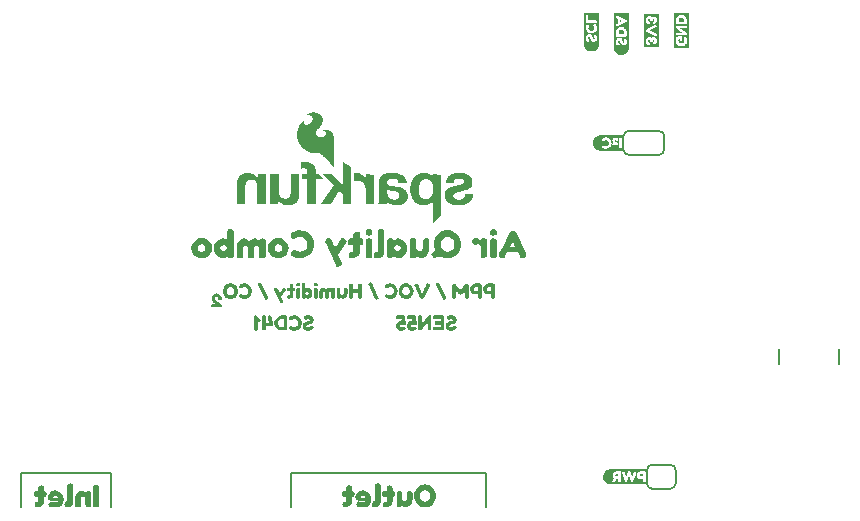
<source format=gbo>
%TF.GenerationSoftware,KiCad,Pcbnew,7.0.6*%
%TF.CreationDate,2024-01-20T21:08:05-07:00*%
%TF.ProjectId,SparkFun_AirQuality_Combo,53706172-6b46-4756-9e5f-416972517561,rev?*%
%TF.SameCoordinates,Original*%
%TF.FileFunction,Legend,Bot*%
%TF.FilePolarity,Positive*%
%FSLAX46Y46*%
G04 Gerber Fmt 4.6, Leading zero omitted, Abs format (unit mm)*
G04 Created by KiCad (PCBNEW 7.0.6) date 2024-01-20 21:08:05*
%MOMM*%
%LPD*%
G01*
G04 APERTURE LIST*
%ADD10C,0.150000*%
%ADD11C,0.203200*%
%ADD12C,0.152400*%
G04 APERTURE END LIST*
D10*
X20320000Y317500D02*
X20320000Y3175000D01*
X52070000Y3175000D02*
X35560000Y3175000D01*
X35560000Y3175000D02*
X35560000Y317500D01*
X52070000Y317500D02*
X52070000Y3175000D01*
X12700000Y3175000D02*
X12700000Y317500D01*
X20320000Y3175000D02*
X12700000Y3175000D01*
D11*
%TO.C,L1*%
X76835000Y12382500D02*
X76835000Y13652500D01*
X81915000Y12382500D02*
X81915000Y13652500D01*
%TO.C,kibuzzard-65A7583B*%
G36*
X43022917Y2263140D02*
G01*
X43098482Y2202418D01*
X43124120Y2129552D01*
X43128168Y2036445D01*
X43128168Y840899D01*
X43121421Y675938D01*
X43101181Y548084D01*
X43001327Y380762D01*
X42834004Y305197D01*
X42720657Y292040D01*
X42569527Y287655D01*
X42510154Y291703D01*
X42457529Y315992D01*
X42411650Y390208D01*
X42396807Y530542D01*
X42411650Y662781D01*
X42457529Y732949D01*
X42510154Y755888D01*
X42566828Y759936D01*
X42630249Y774779D01*
X42639694Y870585D01*
X42639694Y2033746D01*
X42645092Y2125504D01*
X42670730Y2201069D01*
X42743596Y2263140D01*
X42882582Y2282031D01*
X43022917Y2263140D01*
G37*
G36*
X45727064Y1642428D02*
G01*
X45802629Y1581706D01*
X45828267Y1508839D01*
X45832316Y1415733D01*
X45832316Y975836D01*
X45812825Y793521D01*
X45754352Y631596D01*
X45656897Y490061D01*
X45530355Y380612D01*
X45384623Y314942D01*
X45219699Y293053D01*
X45073292Y324088D01*
X44941728Y417195D01*
X44868187Y322064D01*
X44706937Y290354D01*
X44588192Y305197D01*
X44515326Y338931D01*
X44477543Y394256D01*
X44462700Y456327D01*
X44461351Y527844D01*
X44461351Y1415733D01*
X44465399Y1506141D01*
X44491037Y1580356D01*
X44566602Y1642428D01*
X44706937Y1661319D01*
X44848621Y1642428D01*
X44922837Y1581706D01*
X44948475Y1508839D01*
X44952523Y1418431D01*
X44952523Y975836D01*
X45005149Y834152D01*
X45146833Y781526D01*
X45289867Y832802D01*
X45341143Y975836D01*
X45341143Y1413034D01*
X45345191Y1506141D01*
X45370829Y1580356D01*
X45446394Y1642428D01*
X45586729Y1661319D01*
X45727064Y1642428D01*
G37*
G36*
X41807730Y1665967D02*
G01*
X41985397Y1598948D01*
X42136378Y1487249D01*
X42251074Y1340168D01*
X42319893Y1166998D01*
X42342832Y967740D01*
X42332374Y844947D01*
X42301001Y724853D01*
X42249050Y608806D01*
X42176859Y498157D01*
X42078017Y400665D01*
X41946116Y324088D01*
X41786889Y274499D01*
X41606073Y257969D01*
X41360487Y273318D01*
X41185068Y319365D01*
X41079817Y396111D01*
X41044733Y503555D01*
X41079817Y627698D01*
X41152683Y724853D01*
X41241742Y757238D01*
X41365884Y722154D01*
X41584483Y687070D01*
X41743709Y724853D01*
X41824672Y827405D01*
X41249838Y827405D01*
X41140201Y847983D01*
X41054179Y909717D01*
X40998517Y1009233D01*
X40979963Y1143159D01*
X40980534Y1145858D01*
X41449546Y1145858D01*
X41522412Y1081088D01*
X41824672Y1081088D01*
X41761251Y1201182D01*
X41608772Y1253807D01*
X41492726Y1225471D01*
X41449546Y1145858D01*
X40980534Y1145858D01*
X41020107Y1332746D01*
X41140539Y1512888D01*
X41263332Y1610342D01*
X41417610Y1668815D01*
X41603374Y1688306D01*
X41807730Y1665967D01*
G37*
G36*
X44020105Y2094468D02*
G01*
X44094321Y2037794D01*
X44119959Y1967627D01*
X44124007Y1877219D01*
X44124007Y1642428D01*
X44180681Y1642428D01*
X44310221Y1584404D01*
X44353401Y1410335D01*
X44316967Y1232218D01*
X44191476Y1172845D01*
X44124007Y1172845D01*
X44124007Y830104D01*
X44108864Y660982D01*
X44063435Y524245D01*
X43987720Y419894D01*
X43880220Y346428D01*
X43739435Y302348D01*
X43565366Y287655D01*
X43477656Y291703D01*
X43403441Y317341D01*
X43340020Y391557D01*
X43319779Y530542D01*
X43335972Y654685D01*
X43389947Y720804D01*
X43462813Y746443D01*
X43562667Y751840D01*
X43620690Y773430D01*
X43635533Y854392D01*
X43635533Y1167448D01*
X43495198Y1164749D01*
X43403441Y1171496D01*
X43329225Y1199833D01*
X43269853Y1274048D01*
X43249612Y1407636D01*
X43264455Y1527731D01*
X43299539Y1601946D01*
X43357562Y1639729D01*
X43420982Y1654572D01*
X43492499Y1655921D01*
X43635533Y1650524D01*
X43635533Y1866424D01*
X43640931Y1956832D01*
X43667918Y2032397D01*
X43742134Y2093119D01*
X43878421Y2112010D01*
X44020105Y2094468D01*
G37*
G36*
X40579199Y2094468D02*
G01*
X40653414Y2037794D01*
X40679052Y1967627D01*
X40683101Y1877219D01*
X40683101Y1642428D01*
X40739774Y1642428D01*
X40869314Y1584404D01*
X40912494Y1410335D01*
X40876061Y1232218D01*
X40750569Y1172845D01*
X40683101Y1172845D01*
X40683101Y830104D01*
X40667958Y660982D01*
X40622529Y524245D01*
X40546814Y419894D01*
X40439314Y346428D01*
X40298529Y302348D01*
X40124459Y287655D01*
X40036750Y291703D01*
X39962534Y317341D01*
X39899114Y391557D01*
X39878873Y530542D01*
X39895066Y654685D01*
X39949041Y720804D01*
X40021907Y746443D01*
X40121761Y751840D01*
X40179784Y773430D01*
X40194627Y854392D01*
X40194627Y1167448D01*
X40054292Y1164749D01*
X39962534Y1171496D01*
X39888319Y1199833D01*
X39828946Y1274048D01*
X39808706Y1407636D01*
X39823549Y1527731D01*
X39858633Y1601946D01*
X39916656Y1639729D01*
X39980076Y1654572D01*
X40051593Y1655921D01*
X40194627Y1650524D01*
X40194627Y1866424D01*
X40200024Y1956832D01*
X40227012Y2032397D01*
X40301227Y2093119D01*
X40437514Y2112010D01*
X40579199Y2094468D01*
G37*
G36*
X47081331Y2180491D02*
G01*
X47252533Y2126853D01*
X47409229Y2037457D01*
X47551419Y1912303D01*
X47669490Y1761510D01*
X47753826Y1595199D01*
X47804427Y1413371D01*
X47821294Y1216025D01*
X47803921Y1024920D01*
X47751802Y848320D01*
X47664936Y686227D01*
X47543323Y538639D01*
X47397253Y415846D01*
X47237015Y328136D01*
X47062608Y275511D01*
X46887527Y259224D01*
X46874033Y257969D01*
X46690602Y275764D01*
X46520834Y329148D01*
X46364728Y418123D01*
X46222285Y542687D01*
X46103624Y692214D01*
X46018867Y856079D01*
X45968012Y1034281D01*
X45951061Y1226820D01*
X46444932Y1226820D01*
X46476980Y1040944D01*
X46573123Y888127D01*
X46715819Y785912D01*
X46887527Y751840D01*
X47053837Y786924D01*
X47196534Y892175D01*
X47294701Y1046004D01*
X47327423Y1226820D01*
X47295038Y1411347D01*
X47197883Y1565513D01*
X47054849Y1669752D01*
X46884828Y1704499D01*
X46716831Y1669752D01*
X46574472Y1565513D01*
X46477317Y1411347D01*
X46444932Y1226820D01*
X45951061Y1226820D01*
X45968265Y1422732D01*
X46019879Y1602958D01*
X46105901Y1767498D01*
X46226333Y1916351D01*
X46371391Y2039734D01*
X46531292Y2127865D01*
X46706036Y2180744D01*
X46895623Y2198370D01*
X47081331Y2180491D01*
G37*
%TO.C,kibuzzard-65A8AFF1*%
G36*
X66679445Y41877615D02*
G01*
X66679445Y39402385D01*
X66679445Y39243635D01*
X65400555Y39243635D01*
X65400555Y39402385D01*
X65400555Y39754175D01*
X65559305Y39754175D01*
X65569183Y39658219D01*
X65598816Y39573553D01*
X65648205Y39500175D01*
X65687892Y39464297D01*
X65738375Y39432865D01*
X65771395Y39418895D01*
X65784095Y39416355D01*
X65852675Y39402385D01*
X65907920Y39433500D01*
X65926335Y39526845D01*
X65913635Y39594155D01*
X65847595Y39632255D01*
X65786635Y39702105D01*
X65779015Y39755445D01*
X65785841Y39813865D01*
X65806320Y39854505D01*
X65867915Y39886255D01*
X65928240Y39855140D01*
X65954275Y39781480D01*
X65956815Y39723695D01*
X65969515Y39690675D01*
X66002217Y39664957D01*
X66067305Y39656385D01*
X66138107Y39668132D01*
X66172715Y39703375D01*
X66179065Y39769415D01*
X66191448Y39841805D01*
X66228595Y39865935D01*
X66279395Y39840535D01*
X66303525Y39770050D01*
X66288285Y39698295D01*
X66257805Y39665275D01*
X66242565Y39657655D01*
X66194940Y39622095D01*
X66179065Y39573835D01*
X66201925Y39503985D01*
X66241613Y39456360D01*
X66287015Y39440485D01*
X66373375Y39469695D01*
X66413380Y39497635D01*
X66463545Y39550340D01*
X66502915Y39634160D01*
X66516250Y39691151D01*
X66520695Y39754175D01*
X66510817Y39850977D01*
X66481184Y39933104D01*
X66431795Y40000555D01*
X66370059Y40050649D01*
X66303384Y40080706D01*
X66231770Y40090725D01*
X66164531Y40079718D01*
X66110979Y40046698D01*
X66071115Y39991665D01*
X66062225Y39991665D01*
X66034920Y40029130D01*
X65993645Y40069135D01*
X65936495Y40100567D01*
X65871725Y40111045D01*
X65786423Y40099756D01*
X65711705Y40065889D01*
X65647570Y40009445D01*
X65598534Y39935926D01*
X65569112Y39850836D01*
X65559305Y39754175D01*
X65400555Y39754175D01*
X65400555Y40646985D01*
X65577085Y40646985D01*
X65577085Y40634285D01*
X65594230Y40573960D01*
X65639315Y40531415D01*
X66350515Y40180895D01*
X66411475Y40161845D01*
X66454020Y40180577D01*
X66492755Y40236775D01*
X66514345Y40300910D01*
X66509265Y40334565D01*
X66491485Y40356155D01*
X66457830Y40377110D01*
X66422270Y40394096D01*
X66352420Y40426005D01*
X66262726Y40466804D01*
X66167635Y40510460D01*
X66072544Y40554275D01*
X65982850Y40595550D01*
X65915064Y40626824D01*
X65885695Y40640635D01*
X66441955Y40894635D01*
X66480055Y40912415D01*
X66514345Y40968295D01*
X66492755Y41043225D01*
X66454020Y41099422D01*
X66411475Y41118155D01*
X66350515Y41099105D01*
X65639315Y40748585D01*
X65594230Y40706040D01*
X65577085Y40646985D01*
X65400555Y40646985D01*
X65400555Y41520745D01*
X65559305Y41520745D01*
X65569183Y41424789D01*
X65598816Y41340123D01*
X65648205Y41266745D01*
X65687892Y41230867D01*
X65738375Y41199435D01*
X65771395Y41185465D01*
X65784095Y41182925D01*
X65852675Y41168955D01*
X65907920Y41200070D01*
X65926335Y41293415D01*
X65913635Y41360725D01*
X65847595Y41398825D01*
X65786635Y41468675D01*
X65779015Y41522015D01*
X65785841Y41580435D01*
X65806320Y41621075D01*
X65867915Y41652825D01*
X65928240Y41621710D01*
X65954275Y41548050D01*
X65956815Y41490265D01*
X65969515Y41457245D01*
X66002217Y41431527D01*
X66067305Y41422955D01*
X66138107Y41434702D01*
X66172715Y41469945D01*
X66179065Y41535985D01*
X66191448Y41608375D01*
X66228595Y41632505D01*
X66279395Y41607105D01*
X66303525Y41536620D01*
X66288285Y41464865D01*
X66257805Y41431845D01*
X66242565Y41424225D01*
X66194940Y41388665D01*
X66179065Y41340405D01*
X66201925Y41270555D01*
X66241613Y41222930D01*
X66287015Y41207055D01*
X66373375Y41236265D01*
X66413380Y41264205D01*
X66463545Y41316910D01*
X66502915Y41400730D01*
X66516250Y41457721D01*
X66520695Y41520745D01*
X66510817Y41617547D01*
X66481184Y41699674D01*
X66431795Y41767125D01*
X66370059Y41817219D01*
X66303384Y41847276D01*
X66231770Y41857295D01*
X66164531Y41846288D01*
X66110979Y41813268D01*
X66071115Y41758235D01*
X66062225Y41758235D01*
X66034920Y41795700D01*
X65993645Y41835705D01*
X65936495Y41867138D01*
X65871725Y41877615D01*
X65786423Y41866326D01*
X65711705Y41832459D01*
X65647570Y41776015D01*
X65598534Y41702496D01*
X65569112Y41617406D01*
X65559305Y41520745D01*
X65400555Y41520745D01*
X65400555Y41877615D01*
X65400555Y42036365D01*
X66679445Y42036365D01*
X66679445Y41877615D01*
G37*
%TO.C,kibuzzard-65A8AE51*%
G36*
X52830413Y23802181D02*
G01*
X52914550Y23737888D01*
X52941538Y23656925D01*
X52946300Y23547387D01*
X52941538Y23437850D01*
X52912963Y23353713D01*
X52828825Y23287038D01*
X52668488Y23267988D01*
X52508150Y23287038D01*
X52424013Y23352125D01*
X52395438Y23434675D01*
X52390675Y23544213D01*
X52395438Y23653750D01*
X52425600Y23737888D01*
X52506563Y23802181D01*
X52666900Y23823613D01*
X52830413Y23802181D01*
G37*
G36*
X42276713Y23802181D02*
G01*
X42360850Y23737888D01*
X42387838Y23656925D01*
X42392600Y23547387D01*
X42387838Y23437850D01*
X42359262Y23353713D01*
X42275125Y23287038D01*
X42114787Y23267988D01*
X41954450Y23287038D01*
X41870313Y23352125D01*
X41841738Y23434675D01*
X41836975Y23544213D01*
X41841738Y23653750D01*
X41871900Y23737888D01*
X41952862Y23802181D01*
X42113200Y23823613D01*
X42276713Y23802181D01*
G37*
G36*
X52830413Y23018750D02*
G01*
X52914550Y22956838D01*
X52941538Y22872700D01*
X52946300Y22763163D01*
X52946300Y21648738D01*
X52941538Y21537612D01*
X52914550Y21455062D01*
X52831206Y21390769D01*
X52670075Y21369337D01*
X52507356Y21389975D01*
X52425600Y21451887D01*
X52395438Y21536025D01*
X52390675Y21645563D01*
X52390675Y22756812D01*
X52393850Y22848888D01*
X52451000Y22985413D01*
X52666900Y23039388D01*
X52830413Y23018750D01*
G37*
G36*
X42276713Y23018750D02*
G01*
X42360850Y22956838D01*
X42387838Y22872700D01*
X42392600Y22763163D01*
X42392600Y21648738D01*
X42387838Y21537612D01*
X42360850Y21455062D01*
X42277506Y21390769D01*
X42116375Y21369337D01*
X41953656Y21389975D01*
X41871900Y21451887D01*
X41841738Y21536025D01*
X41836975Y21645563D01*
X41836975Y22756812D01*
X41840150Y22848888D01*
X41897300Y22985413D01*
X42113200Y23039388D01*
X42276713Y23018750D01*
G37*
G36*
X43314938Y23808531D02*
G01*
X43399075Y23744238D01*
X43426063Y23660100D01*
X43430825Y23550563D01*
X43430825Y22039262D01*
X43408600Y21745575D01*
X43341925Y21543962D01*
X43226037Y21438394D01*
X43024425Y21382037D01*
X42770425Y21367750D01*
X42630725Y21401087D01*
X42583100Y21484431D01*
X42567225Y21645563D01*
X42630725Y21870988D01*
X42684700Y21897975D01*
X42772013Y21902737D01*
X42856150Y21932900D01*
X42875200Y22077363D01*
X42875200Y23547387D01*
X42879963Y23658513D01*
X42910125Y23744238D01*
X42994262Y23808531D01*
X43151425Y23829963D01*
X43314938Y23808531D01*
G37*
G36*
X54436963Y23652163D02*
G01*
X54543325Y23534688D01*
X55400575Y21759862D01*
X55454550Y21597938D01*
X55408513Y21489987D01*
X55270400Y21394737D01*
X55100538Y21340762D01*
X54998938Y21370925D01*
X54941788Y21429662D01*
X54892575Y21521738D01*
X54727475Y21864637D01*
X54498875Y21864637D01*
X53848000Y21864637D01*
X53682900Y21521738D01*
X53633688Y21426487D01*
X53576538Y21366162D01*
X53474938Y21337588D01*
X53305075Y21391562D01*
X53166963Y21489194D01*
X53120925Y21597938D01*
X53174900Y21759862D01*
X53452968Y22334537D01*
X54076600Y22334537D01*
X54498875Y22334537D01*
X54289325Y22769513D01*
X54076600Y22334537D01*
X53452968Y22334537D01*
X54032150Y23531513D01*
X54136925Y23655338D01*
X54286150Y23696612D01*
X54436963Y23652163D01*
G37*
G36*
X51409600Y23004463D02*
G01*
X51538188Y22918738D01*
X51584225Y22864763D01*
X51619150Y22969538D01*
X51702494Y23024306D01*
X51857275Y23042563D01*
X52020788Y23021131D01*
X52104925Y22956838D01*
X52131913Y22875875D01*
X52136675Y22766338D01*
X52136675Y21651912D01*
X52136675Y21559838D01*
X52079525Y21423313D01*
X51860450Y21369337D01*
X51698525Y21389975D01*
X51612800Y21451887D01*
X51582638Y21536025D01*
X51577875Y21645563D01*
X51577875Y22312313D01*
X51503263Y22458362D01*
X51342925Y22518688D01*
X51204813Y22493288D01*
X51095275Y22467888D01*
X50920650Y22588538D01*
X50860325Y22810788D01*
X50900013Y22958425D01*
X51000025Y23023513D01*
X51111150Y23050500D01*
X51236563Y23058438D01*
X51409600Y23004463D01*
G37*
G36*
X40065325Y23013988D02*
G01*
X40193913Y22912388D01*
X40236775Y22810788D01*
X40173275Y22655213D01*
X39541450Y21591587D01*
X39674800Y21302067D01*
X39770050Y21084381D01*
X39827200Y20938530D01*
X39846250Y20864513D01*
X39799419Y20758150D01*
X39658925Y20667662D01*
X39490650Y20620037D01*
X39395400Y20648612D01*
X39339837Y20708937D01*
X39296975Y20801012D01*
X38465125Y22661563D01*
X38439725Y22715538D01*
X38414325Y22823488D01*
X38461156Y22932231D01*
X38601650Y23023513D01*
X38777862Y23067963D01*
X38893750Y23013988D01*
X38930262Y22960013D01*
X38977491Y22858016D01*
X39096950Y22596475D01*
X39217600Y22327791D01*
X39268400Y22204363D01*
X39365237Y22362936D01*
X39465250Y22529624D01*
X39568437Y22704425D01*
X39690675Y22912388D01*
X39743063Y22999700D01*
X39798625Y23052088D01*
X39897050Y23077488D01*
X40065325Y23013988D01*
G37*
G36*
X47131288Y23024306D02*
G01*
X47215425Y22960013D01*
X47242413Y22877463D01*
X47247175Y22766338D01*
X47247175Y22210712D01*
X47223715Y21989697D01*
X47153336Y21792318D01*
X47036038Y21618575D01*
X46883108Y21483637D01*
X46705838Y21402675D01*
X46504225Y21375687D01*
X46269275Y21445537D01*
X46183550Y21515387D01*
X46126400Y21578887D01*
X46094650Y21448713D01*
X46012894Y21391562D01*
X45856525Y21372513D01*
X45696981Y21393150D01*
X45612050Y21455062D01*
X45581888Y21536025D01*
X45577125Y21642387D01*
X45577125Y22766338D01*
X45581888Y22875875D01*
X45608875Y22960013D01*
X45692219Y23024306D01*
X45853350Y23045738D01*
X46016069Y23025100D01*
X46097825Y22963188D01*
X46127988Y22879050D01*
X46132750Y22769513D01*
X46132750Y22207537D01*
X46210538Y22007512D01*
X46413738Y21931313D01*
X46613763Y22004338D01*
X46688375Y22207537D01*
X46688375Y22763163D01*
X46707425Y22925088D01*
X46791563Y23015575D01*
X46967775Y23045738D01*
X47131288Y23024306D01*
G37*
G36*
X34672058Y23053146D02*
G01*
X34875258Y22970596D01*
X35061525Y22833013D01*
X35209692Y22653096D01*
X35298592Y22443546D01*
X35328225Y22204363D01*
X35294491Y21963459D01*
X35193287Y21748750D01*
X35042872Y21571744D01*
X34861500Y21443950D01*
X34661475Y21366559D01*
X34458275Y21341159D01*
X34455100Y21340762D01*
X34249122Y21364972D01*
X34050288Y21437600D01*
X33869709Y21561425D01*
X33718500Y21739225D01*
X33616106Y21958697D01*
X33581975Y22207537D01*
X33582753Y22213888D01*
X34143950Y22213888D01*
X34170144Y22077363D01*
X34248725Y21978938D01*
X34458275Y21899562D01*
X34664650Y21977350D01*
X34740850Y22074187D01*
X34766250Y22209125D01*
X34741644Y22344459D01*
X34667825Y22442488D01*
X34455100Y22521863D01*
X34242375Y22445663D01*
X34168556Y22349619D01*
X34143950Y22213888D01*
X33582753Y22213888D01*
X33611256Y22446544D01*
X33699097Y22655565D01*
X33845500Y22834600D01*
X34030003Y22971301D01*
X34232144Y23053322D01*
X34451925Y23080663D01*
X34672058Y23053146D01*
G37*
G36*
X28185533Y23053146D02*
G01*
X28388733Y22970596D01*
X28575000Y22833013D01*
X28723167Y22653096D01*
X28812067Y22443546D01*
X28841700Y22204363D01*
X28807966Y21963459D01*
X28706762Y21748750D01*
X28556347Y21571744D01*
X28374975Y21443950D01*
X28174950Y21366559D01*
X27971750Y21341159D01*
X27968575Y21340762D01*
X27762597Y21364972D01*
X27563762Y21437600D01*
X27383184Y21561425D01*
X27231975Y21739225D01*
X27129581Y21958697D01*
X27095450Y22207537D01*
X27096228Y22213888D01*
X27657425Y22213888D01*
X27683619Y22077363D01*
X27762200Y21978938D01*
X27971750Y21899562D01*
X28178125Y21977350D01*
X28254325Y22074187D01*
X28279725Y22209125D01*
X28255119Y22344459D01*
X28181300Y22442488D01*
X27968575Y22521863D01*
X27755850Y22445663D01*
X27682031Y22349619D01*
X27657425Y22213888D01*
X27096228Y22213888D01*
X27124731Y22446544D01*
X27212572Y22655565D01*
X27358975Y22834600D01*
X27543478Y22971301D01*
X27745619Y23053322D01*
X27965400Y23080663D01*
X28185533Y23053146D01*
G37*
G36*
X44165044Y22998113D02*
G01*
X44237275Y22864763D01*
X44294425Y22929850D01*
X44418250Y23001288D01*
X44615100Y23039388D01*
X44798368Y23011694D01*
X44971406Y22928615D01*
X45134212Y22790150D01*
X45265622Y22614819D01*
X45344468Y22421144D01*
X45370750Y22209125D01*
X45344644Y21996929D01*
X45266328Y21802725D01*
X45135800Y21626512D01*
X44974757Y21487165D01*
X44804894Y21403557D01*
X44626213Y21375687D01*
X44532550Y21392430D01*
X44390866Y21417756D01*
X44234100Y21543962D01*
X44165838Y21418550D01*
X43934062Y21375687D01*
X43793172Y21396325D01*
X43716575Y21458238D01*
X43689588Y21542375D01*
X43684825Y21651912D01*
X43684825Y22205950D01*
X44259500Y22205950D01*
X44337287Y22017038D01*
X44532550Y21931313D01*
X44732575Y22015450D01*
X44815125Y22204363D01*
X44737338Y22398037D01*
X44534137Y22486938D01*
X44334112Y22398037D01*
X44259500Y22205950D01*
X43684825Y22205950D01*
X43684825Y22763163D01*
X43689588Y22872700D01*
X43718163Y22956838D01*
X43802300Y23023513D01*
X43986450Y23042563D01*
X44165044Y22998113D01*
G37*
G36*
X41253569Y23594219D02*
G01*
X41335325Y23534688D01*
X41365487Y23458488D01*
X41370250Y23350538D01*
X41370250Y23023513D01*
X41475025Y23036213D01*
X41602025Y22994938D01*
X41646475Y22910800D01*
X41662350Y22721888D01*
X41616312Y22537738D01*
X41500425Y22483762D01*
X41370250Y22493288D01*
X41370250Y22023387D01*
X41351200Y21809251D01*
X41294050Y21640976D01*
X41198800Y21518563D01*
X41066861Y21435660D01*
X40899644Y21385918D01*
X40697150Y21369337D01*
X40590788Y21374100D01*
X40506650Y21401087D01*
X40439975Y21484431D01*
X40417750Y21645563D01*
X40490775Y21858288D01*
X40574912Y21888450D01*
X40689213Y21893213D01*
X40790813Y21931313D01*
X40817800Y22055138D01*
X40817800Y22493288D01*
X40611425Y22480588D01*
X40501887Y22485350D01*
X40417750Y22512338D01*
X40353456Y22595681D01*
X40332025Y22756812D01*
X40352662Y22919531D01*
X40414575Y23001288D01*
X40498712Y23031450D01*
X40606662Y23036213D01*
X40817800Y23023513D01*
X40817800Y23334663D01*
X40833675Y23496588D01*
X40918606Y23584694D01*
X41090850Y23614063D01*
X41253569Y23594219D01*
G37*
G36*
X30557787Y23802181D02*
G01*
X30641925Y23737888D01*
X30668912Y23656925D01*
X30673675Y23547387D01*
X30673675Y21651912D01*
X30668912Y21542375D01*
X30641925Y21458238D01*
X30558581Y21393944D01*
X30397450Y21372513D01*
X30205362Y21411406D01*
X30124400Y21528087D01*
X29971206Y21413787D01*
X29838650Y21391923D01*
X29740225Y21375687D01*
X29564189Y21403381D01*
X29395914Y21486460D01*
X29235400Y21624925D01*
X29104872Y21800256D01*
X29026556Y21993931D01*
X29000645Y22204363D01*
X29556075Y22204363D01*
X29638625Y22013862D01*
X29838650Y21928137D01*
X30033912Y22013862D01*
X30111700Y22202775D01*
X30037087Y22394862D01*
X29835475Y22483762D01*
X29632275Y22396450D01*
X29556075Y22204363D01*
X29000645Y22204363D01*
X29000450Y22205950D01*
X29026732Y22418146D01*
X29105578Y22612350D01*
X29236987Y22788563D01*
X29399794Y22927910D01*
X29572832Y23011518D01*
X29756100Y23039388D01*
X29964062Y23000494D01*
X30118050Y22883813D01*
X30118050Y23544213D01*
X30122812Y23653750D01*
X30152975Y23737888D01*
X30233937Y23802181D01*
X30394275Y23823613D01*
X30557787Y23802181D01*
G37*
G36*
X36480397Y23699788D02*
G01*
X36688889Y23642638D01*
X36896675Y23547387D01*
X37052647Y23447772D01*
X37190362Y23326725D01*
X37307441Y23177500D01*
X37401500Y22993350D01*
X37463413Y22780228D01*
X37484050Y22544088D01*
X37463016Y22305566D01*
X37399912Y22085300D01*
X37304266Y21893212D01*
X37185600Y21739225D01*
X37047091Y21614606D01*
X36891912Y21510625D01*
X36730781Y21430456D01*
X36574412Y21377275D01*
X36421219Y21347509D01*
X36269612Y21337588D01*
X36116022Y21350288D01*
X35956875Y21388387D01*
X35742562Y21470937D01*
X35633025Y21537612D01*
X35533012Y21616987D01*
X35490150Y21728112D01*
X35560000Y21905913D01*
X35670331Y22039262D01*
X35772725Y22083712D01*
X35925125Y22020213D01*
X35982275Y21978938D01*
X36107687Y21928137D01*
X36293425Y21902737D01*
X36499006Y21937662D01*
X36696650Y22042438D01*
X36858575Y22242463D01*
X36906200Y22377797D01*
X36922075Y22529800D01*
X36906200Y22681803D01*
X36858575Y22817138D01*
X36699825Y23013988D01*
X36498212Y23121144D01*
X36293425Y23156863D01*
X36093400Y23129875D01*
X35937825Y23048912D01*
X35775900Y22979063D01*
X35671125Y23021925D01*
X35553650Y23150513D01*
X35486975Y23326725D01*
X35569525Y23477538D01*
X35658425Y23534688D01*
X35734625Y23579138D01*
X35967987Y23672800D01*
X36120784Y23707328D01*
X36271200Y23718838D01*
X36480397Y23699788D01*
G37*
G36*
X32665194Y22989381D02*
G01*
X32829500Y22820313D01*
X32883475Y22985413D01*
X33115250Y23042563D01*
X33260506Y23021131D01*
X33340675Y22956838D01*
X33370837Y22875875D01*
X33375600Y22766338D01*
X33375600Y21648738D01*
X33370837Y21537612D01*
X33343850Y21455062D01*
X33260506Y21390769D01*
X33099375Y21369337D01*
X32937450Y21389975D01*
X32851725Y21451887D01*
X32821562Y21536025D01*
X32816800Y21645563D01*
X32816800Y22207537D01*
X32769175Y22414706D01*
X32626300Y22483762D01*
X32478663Y22414706D01*
X32429450Y22207537D01*
X32429450Y21651912D01*
X32424687Y21542375D01*
X32397700Y21458238D01*
X32314356Y21391562D01*
X32153225Y21369337D01*
X31989712Y21390769D01*
X31905575Y21455062D01*
X31875412Y21537612D01*
X31870650Y21648738D01*
X31870650Y22204363D01*
X31830962Y22410738D01*
X31680150Y22483762D01*
X31532512Y22414706D01*
X31483300Y22207537D01*
X31483300Y21651912D01*
X31478537Y21542375D01*
X31451550Y21458238D01*
X31368206Y21391562D01*
X31207075Y21369337D01*
X31044356Y21390769D01*
X30962600Y21455062D01*
X30932437Y21539200D01*
X30927675Y21648738D01*
X30927675Y22204363D01*
X30946725Y22476531D01*
X31003875Y22691901D01*
X31099125Y22850475D01*
X31291212Y22996922D01*
X31524575Y23045738D01*
X31746825Y22983825D01*
X31903987Y22869525D01*
X31988125Y22769513D01*
X32112303Y22922971D01*
X32273169Y23015046D01*
X32470725Y23045738D01*
X32665194Y22989381D01*
G37*
G36*
X49006125Y23702963D02*
G01*
X49215675Y23636288D01*
X49410144Y23530719D01*
X49580800Y23391813D01*
X49723675Y23217584D01*
X49834800Y23006050D01*
X49906238Y22767528D01*
X49930050Y22512338D01*
X49908916Y22279372D01*
X49845516Y22063075D01*
X49739848Y21863447D01*
X49591913Y21680487D01*
X49413220Y21527691D01*
X49215278Y21418550D01*
X48998088Y21353066D01*
X48777525Y21332703D01*
X48761650Y21331237D01*
X48524231Y21356637D01*
X48303039Y21432837D01*
X48098075Y21559838D01*
X47983775Y21483638D01*
X47894875Y21423313D01*
X47710725Y21337588D01*
X47613094Y21372513D01*
X47517050Y21477287D01*
X47421800Y21694775D01*
X47536100Y21858288D01*
X47745650Y22001162D01*
X47680386Y22175082D01*
X47641228Y22349707D01*
X47628175Y22525038D01*
X48190150Y22525038D01*
X48210258Y22345474D01*
X48270583Y22192015D01*
X48371125Y22064663D01*
X48563213Y21936075D01*
X48777525Y21893213D01*
X48992234Y21937266D01*
X49185513Y22069425D01*
X49286936Y22198718D01*
X49347790Y22351647D01*
X49368075Y22528213D01*
X49347967Y22704778D01*
X49287642Y22857707D01*
X49187100Y22987000D01*
X48995013Y23119159D01*
X48780700Y23163213D01*
X48565991Y23119556D01*
X48372713Y22988588D01*
X48271289Y22859471D01*
X48210435Y22704954D01*
X48190150Y22525038D01*
X47628175Y22525038D01*
X47649805Y22774077D01*
X47714694Y23000494D01*
X47822842Y23204289D01*
X47974250Y23385463D01*
X48155027Y23534092D01*
X48351281Y23640256D01*
X48563014Y23703955D01*
X48790225Y23725188D01*
X49006125Y23702963D01*
G37*
D12*
%TO.C,JP2*%
X65659000Y3416300D02*
X65659000Y2298700D01*
X66116200Y1841500D02*
X67640200Y1841500D01*
X67640200Y3873500D02*
X66116200Y3873500D01*
X68097400Y3416300D02*
X68097400Y2298700D01*
X66116200Y3873500D02*
G75*
G03*
X65659000Y3416300I1J-457201D01*
G01*
X65659000Y2298700D02*
G75*
G03*
X66116200Y1841500I457201J1D01*
G01*
X68097400Y3416300D02*
G75*
G03*
X67640200Y3873500I-457200J0D01*
G01*
X67640200Y1841500D02*
G75*
G03*
X68097400Y2298700I0J457200D01*
G01*
%TO.C,JP1*%
X63677800Y31673800D02*
X63677800Y30556200D01*
X64135000Y30099000D02*
X66675000Y30099000D01*
X66675000Y32131000D02*
X64135000Y32131000D01*
X67132200Y31673800D02*
X67132200Y30556200D01*
X64135000Y32131000D02*
G75*
G03*
X63677800Y31673800I1J-457201D01*
G01*
X63677800Y30556200D02*
G75*
G03*
X64135000Y30099000I457201J1D01*
G01*
X67132200Y31673800D02*
G75*
G03*
X66675000Y32131000I-457200J0D01*
G01*
X66675000Y30099000D02*
G75*
G03*
X67132200Y30556200I0J457200D01*
G01*
%TO.C,G\u002A\u002A\u002A*%
G36*
X40621970Y29105546D02*
G01*
X40621970Y25911067D01*
X39908859Y25911067D01*
X39908859Y26804722D01*
X39632583Y27071238D01*
X38919936Y25911067D01*
X38056255Y25911067D01*
X39145789Y27552687D01*
X38166161Y28507452D01*
X39009860Y28507452D01*
X39908859Y27572903D01*
X39908859Y29496607D01*
X40621970Y29105546D01*
G37*
G36*
X41086903Y28576882D02*
G01*
X41120087Y28574924D01*
X41153091Y28571688D01*
X41185880Y28567197D01*
X41218422Y28561475D01*
X41250683Y28554544D01*
X41282631Y28546426D01*
X41314232Y28537146D01*
X41345452Y28526725D01*
X41376259Y28515187D01*
X41406620Y28502554D01*
X41436500Y28488850D01*
X41465868Y28474097D01*
X41494689Y28458319D01*
X41522931Y28441537D01*
X41550560Y28423776D01*
X41577542Y28405057D01*
X41603846Y28385404D01*
X41629437Y28364840D01*
X41654282Y28343387D01*
X41678349Y28321069D01*
X41701603Y28297908D01*
X41724012Y28273928D01*
X41745542Y28249150D01*
X41766160Y28223599D01*
X41785833Y28197296D01*
X41804528Y28170265D01*
X41822212Y28142529D01*
X41838851Y28114110D01*
X41854411Y28085032D01*
X41868861Y28055317D01*
X41882166Y28024989D01*
X41891925Y28024989D01*
X41891925Y28507366D01*
X42569950Y28386308D01*
X42569950Y25910981D01*
X41856838Y25910981D01*
X41856838Y27080912D01*
X41854734Y27166437D01*
X41848251Y27249427D01*
X41837130Y27329469D01*
X41829751Y27368257D01*
X41821117Y27406154D01*
X41811195Y27443108D01*
X41799953Y27479068D01*
X41787359Y27513983D01*
X41773381Y27547801D01*
X41757987Y27580470D01*
X41741145Y27611941D01*
X41722822Y27642159D01*
X41702987Y27671076D01*
X41681608Y27698638D01*
X41658652Y27724795D01*
X41634086Y27749495D01*
X41607880Y27772687D01*
X41580001Y27794319D01*
X41550417Y27814340D01*
X41519095Y27832698D01*
X41486004Y27849343D01*
X41451111Y27864221D01*
X41414384Y27877283D01*
X41375792Y27888476D01*
X41335302Y27897750D01*
X41292881Y27905052D01*
X41248499Y27910332D01*
X41202122Y27913537D01*
X41153719Y27914617D01*
X41120843Y27914140D01*
X41086814Y27912759D01*
X41052326Y27910550D01*
X41018079Y27907589D01*
X40984768Y27903953D01*
X40953090Y27899718D01*
X40923744Y27894960D01*
X40897426Y27889755D01*
X40897426Y28552445D01*
X40916268Y28557726D01*
X40935188Y28562542D01*
X40954245Y28566818D01*
X40973495Y28570482D01*
X40992995Y28573460D01*
X41012803Y28575677D01*
X41022841Y28576479D01*
X41032976Y28577062D01*
X41043218Y28577419D01*
X41053571Y28577540D01*
X41086903Y28576882D01*
G37*
G36*
X36807038Y29495590D02*
G01*
X36859051Y29492761D01*
X36909331Y29488089D01*
X36957883Y29481609D01*
X37004707Y29473356D01*
X37049806Y29463364D01*
X37093180Y29451669D01*
X37134832Y29438305D01*
X37174763Y29423307D01*
X37212976Y29406711D01*
X37249471Y29388550D01*
X37284251Y29368860D01*
X37317318Y29347676D01*
X37348672Y29325033D01*
X37378317Y29300965D01*
X37406253Y29275508D01*
X37432483Y29248696D01*
X37457007Y29220564D01*
X37479829Y29191147D01*
X37500949Y29160481D01*
X37520370Y29128599D01*
X37538092Y29095537D01*
X37554119Y29061329D01*
X37568451Y29026012D01*
X37581090Y28989618D01*
X37592039Y28952184D01*
X37601298Y28913744D01*
X37608870Y28874333D01*
X37614756Y28833987D01*
X37618959Y28792739D01*
X37621479Y28750625D01*
X37622318Y28707679D01*
X37622318Y28507385D01*
X37839575Y28507385D01*
X38325671Y28030351D01*
X37622318Y28030351D01*
X37622318Y25910766D01*
X36909206Y25910766D01*
X36909206Y28030351D01*
X36417301Y28030351D01*
X36417301Y28507385D01*
X36909206Y28507385D01*
X36909206Y28662834D01*
X36908311Y28701775D01*
X36905579Y28737616D01*
X36903503Y28754400D01*
X36900945Y28770440D01*
X36897894Y28785745D01*
X36894343Y28800325D01*
X36890283Y28814192D01*
X36885707Y28827355D01*
X36880605Y28839824D01*
X36874971Y28851609D01*
X36868794Y28862720D01*
X36862068Y28873168D01*
X36854784Y28882963D01*
X36846934Y28892115D01*
X36838509Y28900633D01*
X36829502Y28908528D01*
X36819903Y28915811D01*
X36809705Y28922491D01*
X36798899Y28928578D01*
X36787478Y28934083D01*
X36775432Y28939016D01*
X36762755Y28943386D01*
X36749436Y28947204D01*
X36735469Y28950480D01*
X36720845Y28953225D01*
X36705555Y28955448D01*
X36689592Y28957159D01*
X36672947Y28958369D01*
X36637579Y28959324D01*
X36605524Y28959094D01*
X36573055Y28958398D01*
X36540303Y28957229D01*
X36507399Y28955577D01*
X36474473Y28953436D01*
X36441656Y28950796D01*
X36409079Y28947650D01*
X36376872Y28943989D01*
X36376872Y29476557D01*
X36422399Y29478817D01*
X36468755Y29481738D01*
X36563165Y29488378D01*
X36610828Y29491504D01*
X36658534Y29494104D01*
X36706088Y29495882D01*
X36753294Y29496540D01*
X36807038Y29495590D01*
G37*
G36*
X34494451Y27146372D02*
G01*
X34496404Y27051182D01*
X34498860Y27006276D01*
X34502316Y26963139D01*
X34506783Y26921755D01*
X34512271Y26882105D01*
X34518790Y26844173D01*
X34526350Y26807941D01*
X34534962Y26773392D01*
X34544636Y26740508D01*
X34555383Y26709273D01*
X34567212Y26679668D01*
X34580134Y26651676D01*
X34594159Y26625281D01*
X34609298Y26600464D01*
X34625560Y26577208D01*
X34642957Y26555497D01*
X34661498Y26535312D01*
X34681194Y26516636D01*
X34702055Y26499452D01*
X34724091Y26483742D01*
X34747313Y26469490D01*
X34771730Y26456677D01*
X34797354Y26445287D01*
X34824194Y26435301D01*
X34852261Y26426704D01*
X34881565Y26419477D01*
X34912117Y26413602D01*
X34943926Y26409064D01*
X34977003Y26405843D01*
X35011359Y26403924D01*
X35047002Y26403288D01*
X35077874Y26403905D01*
X35107500Y26405759D01*
X35135899Y26408849D01*
X35163088Y26413178D01*
X35189084Y26418745D01*
X35213905Y26425552D01*
X35237569Y26433600D01*
X35260091Y26442890D01*
X35281490Y26453424D01*
X35301784Y26465201D01*
X35320989Y26478223D01*
X35339122Y26492492D01*
X35356202Y26508008D01*
X35372246Y26524771D01*
X35387270Y26542784D01*
X35401293Y26562047D01*
X35414332Y26582562D01*
X35426403Y26604328D01*
X35437525Y26627348D01*
X35447714Y26651622D01*
X35465366Y26703937D01*
X35479497Y26761281D01*
X35490246Y26823663D01*
X35497752Y26891090D01*
X35502153Y26963571D01*
X35503590Y27041114D01*
X35503590Y28507302D01*
X36216932Y28507302D01*
X36216932Y26910063D01*
X36214605Y26792139D01*
X36207254Y26679588D01*
X36194329Y26572719D01*
X36175278Y26471840D01*
X36163283Y26423743D01*
X36149549Y26377259D01*
X36134008Y26332427D01*
X36116590Y26289285D01*
X36097227Y26247871D01*
X36075849Y26208225D01*
X36052389Y26170385D01*
X36026775Y26134389D01*
X35998941Y26100276D01*
X35968817Y26068085D01*
X35936333Y26037853D01*
X35901421Y26009620D01*
X35864012Y25983424D01*
X35824036Y25959304D01*
X35781426Y25937298D01*
X35736112Y25917445D01*
X35688025Y25899784D01*
X35637095Y25884352D01*
X35583255Y25871188D01*
X35526435Y25860331D01*
X35466566Y25851820D01*
X35403579Y25845693D01*
X35337405Y25841988D01*
X35267976Y25840745D01*
X35211343Y25842341D01*
X35154682Y25847154D01*
X35098202Y25855221D01*
X35042108Y25866577D01*
X34986608Y25881259D01*
X34931908Y25899304D01*
X34878216Y25920747D01*
X34825738Y25945626D01*
X34774682Y25973977D01*
X34725253Y26005836D01*
X34701215Y26023092D01*
X34677661Y26041240D01*
X34654617Y26060282D01*
X34632110Y26080224D01*
X34610165Y26101071D01*
X34588808Y26122826D01*
X34568066Y26145495D01*
X34547963Y26169082D01*
X34528526Y26193592D01*
X34509781Y26219029D01*
X34491753Y26245397D01*
X34474468Y26272702D01*
X34459365Y26272702D01*
X34459365Y25910917D01*
X33781107Y25910917D01*
X33781107Y28507302D01*
X34494451Y28507302D01*
X34494451Y27146372D01*
G37*
G36*
X31957347Y28575782D02*
G01*
X32014029Y28570969D01*
X32070518Y28562904D01*
X32126611Y28551550D01*
X32182102Y28536871D01*
X32236787Y28518832D01*
X32290460Y28497396D01*
X32342916Y28472526D01*
X32393951Y28444188D01*
X32443360Y28412344D01*
X32467390Y28395097D01*
X32490937Y28376960D01*
X32513975Y28357928D01*
X32536479Y28337998D01*
X32558422Y28317164D01*
X32579779Y28295422D01*
X32600525Y28272768D01*
X32620634Y28249197D01*
X32640080Y28224705D01*
X32658838Y28199287D01*
X32676881Y28172939D01*
X32694186Y28145655D01*
X32709522Y28145655D01*
X32709522Y28507206D01*
X33387315Y28507206D01*
X33387315Y25910821D01*
X32673739Y25910821D01*
X32673739Y27271517D01*
X32671789Y27366790D01*
X32669337Y27411733D01*
X32665885Y27454905D01*
X32661424Y27496321D01*
X32655944Y27536001D01*
X32649434Y27573961D01*
X32641884Y27610218D01*
X32633283Y27644791D01*
X32623622Y27677696D01*
X32612890Y27708951D01*
X32601076Y27738574D01*
X32588171Y27766582D01*
X32574165Y27792992D01*
X32559046Y27817822D01*
X32542804Y27841090D01*
X32525430Y27862811D01*
X32506913Y27883006D01*
X32487242Y27901689D01*
X32466408Y27918880D01*
X32444399Y27934595D01*
X32421207Y27948853D01*
X32396820Y27961669D01*
X32371228Y27973063D01*
X32344421Y27983050D01*
X32316389Y27991650D01*
X32287121Y27998878D01*
X32256607Y28004754D01*
X32224837Y28009293D01*
X32191800Y28012513D01*
X32157486Y28014433D01*
X32121885Y28015069D01*
X32091013Y28014451D01*
X32061382Y28012595D01*
X32032977Y28009502D01*
X32005779Y28005169D01*
X31979773Y27999597D01*
X31954939Y27992783D01*
X31931262Y27984728D01*
X31908724Y27975430D01*
X31887307Y27964888D01*
X31866996Y27953102D01*
X31847772Y27940070D01*
X31829618Y27925791D01*
X31812517Y27910265D01*
X31796452Y27893491D01*
X31781406Y27875467D01*
X31767362Y27856193D01*
X31754301Y27835668D01*
X31742208Y27813890D01*
X31731065Y27790860D01*
X31720855Y27766575D01*
X31703164Y27714241D01*
X31688998Y27656879D01*
X31678219Y27594482D01*
X31670690Y27527043D01*
X31666274Y27454555D01*
X31664832Y27377009D01*
X31664832Y25910821D01*
X30951722Y25910821D01*
X30951722Y27508061D01*
X30954050Y27625946D01*
X30961400Y27738468D01*
X30974325Y27845317D01*
X30993376Y27946185D01*
X31005371Y27994279D01*
X31019105Y28040761D01*
X31034647Y28085593D01*
X31052065Y28128736D01*
X31071428Y28170152D01*
X31092805Y28209801D01*
X31116266Y28247646D01*
X31141879Y28283647D01*
X31169714Y28317766D01*
X31199838Y28349963D01*
X31232322Y28380202D01*
X31267234Y28408442D01*
X31304643Y28434645D01*
X31344618Y28458772D01*
X31387228Y28480785D01*
X31432543Y28500645D01*
X31480630Y28518314D01*
X31531559Y28533752D01*
X31585399Y28546921D01*
X31642220Y28557783D01*
X31702089Y28566298D01*
X31765075Y28572428D01*
X31831249Y28576134D01*
X31900678Y28577378D01*
X31957347Y28575782D01*
G37*
G36*
X48261547Y24996916D02*
G01*
X47548435Y24362571D01*
X47548435Y26231906D01*
X47537979Y26231906D01*
X47503809Y26185390D01*
X47467164Y26141708D01*
X47428161Y26100883D01*
X47386916Y26062937D01*
X47343548Y26027893D01*
X47298173Y25995776D01*
X47250908Y25966607D01*
X47201871Y25940411D01*
X47151178Y25917209D01*
X47098947Y25897027D01*
X47045294Y25879885D01*
X46990337Y25865809D01*
X46934192Y25854820D01*
X46876978Y25846942D01*
X46818810Y25842199D01*
X46759807Y25840612D01*
X46689380Y25842491D01*
X46621217Y25848054D01*
X46555315Y25857191D01*
X46491674Y25869792D01*
X46430290Y25885747D01*
X46371163Y25904945D01*
X46314291Y25927277D01*
X46259671Y25952631D01*
X46207302Y25980899D01*
X46157182Y26011969D01*
X46109310Y26045732D01*
X46063683Y26082077D01*
X46020299Y26120894D01*
X45979157Y26162073D01*
X45940255Y26205503D01*
X45903591Y26251075D01*
X45869163Y26298679D01*
X45836970Y26348204D01*
X45807009Y26399539D01*
X45779279Y26452576D01*
X45730504Y26563310D01*
X45690630Y26679525D01*
X45659642Y26800339D01*
X45637526Y26924870D01*
X45624267Y27052237D01*
X45619851Y27181559D01*
X45620479Y27201542D01*
X46333195Y27201542D01*
X46334997Y27122797D01*
X46340567Y27045085D01*
X46350147Y26968963D01*
X46363982Y26894991D01*
X46372572Y26858985D01*
X46382316Y26823727D01*
X46393246Y26789284D01*
X46405391Y26755729D01*
X46418784Y26723130D01*
X46433453Y26691556D01*
X46449429Y26661079D01*
X46466743Y26631767D01*
X46485426Y26603691D01*
X46505507Y26576921D01*
X46527018Y26551525D01*
X46549988Y26527575D01*
X46574448Y26505139D01*
X46600429Y26484288D01*
X46627961Y26465091D01*
X46657075Y26447619D01*
X46687800Y26431941D01*
X46720169Y26418126D01*
X46754209Y26406246D01*
X46789954Y26396369D01*
X46827432Y26388565D01*
X46866674Y26382905D01*
X46907712Y26379457D01*
X46950574Y26378292D01*
X46993064Y26379457D01*
X47033806Y26382905D01*
X47072829Y26388565D01*
X47110157Y26396369D01*
X47145816Y26406246D01*
X47179834Y26418126D01*
X47212235Y26431941D01*
X47243046Y26447619D01*
X47272293Y26465091D01*
X47300002Y26484288D01*
X47326200Y26505139D01*
X47350911Y26527575D01*
X47374163Y26551525D01*
X47395981Y26576921D01*
X47416392Y26603691D01*
X47435422Y26631767D01*
X47453096Y26661079D01*
X47469440Y26691556D01*
X47498246Y26755729D01*
X47522048Y26823727D01*
X47541054Y26894991D01*
X47555474Y26968963D01*
X47565515Y27045085D01*
X47571387Y27122797D01*
X47573298Y27201542D01*
X47571493Y27280421D01*
X47565916Y27358592D01*
X47556322Y27435450D01*
X47542470Y27510391D01*
X47533871Y27546954D01*
X47524116Y27582811D01*
X47513174Y27617887D01*
X47501015Y27652105D01*
X47487610Y27685391D01*
X47472926Y27717669D01*
X47456934Y27748863D01*
X47439604Y27778898D01*
X47420905Y27807698D01*
X47400806Y27835187D01*
X47379278Y27861290D01*
X47356289Y27885932D01*
X47331810Y27909037D01*
X47305809Y27930529D01*
X47278257Y27950333D01*
X47249124Y27968373D01*
X47218377Y27984573D01*
X47185988Y27998859D01*
X47151926Y28011154D01*
X47116161Y28021384D01*
X47078661Y28029471D01*
X47039397Y28035342D01*
X46998338Y28038919D01*
X46955454Y28040129D01*
X46913477Y28038905D01*
X46873184Y28035288D01*
X46834552Y28029355D01*
X46797559Y28021184D01*
X46762181Y28010853D01*
X46728394Y27998441D01*
X46696177Y27984026D01*
X46665505Y27967687D01*
X46636357Y27949501D01*
X46608708Y27929546D01*
X46582535Y27907902D01*
X46557817Y27884646D01*
X46534529Y27859856D01*
X46512648Y27833611D01*
X46492152Y27805989D01*
X46473017Y27777068D01*
X46455221Y27746927D01*
X46438740Y27715643D01*
X46409631Y27649962D01*
X46385507Y27580650D01*
X46366183Y27508333D01*
X46351474Y27433639D01*
X46341196Y27357191D01*
X46335164Y27279617D01*
X46333195Y27201542D01*
X45620479Y27201542D01*
X45624167Y27318849D01*
X45637195Y27453414D01*
X45659051Y27584407D01*
X45673326Y27648300D01*
X45689853Y27710984D01*
X45708645Y27772351D01*
X45729718Y27832296D01*
X45753086Y27890714D01*
X45778765Y27947499D01*
X45806767Y28002545D01*
X45837109Y28055746D01*
X45869805Y28106997D01*
X45904869Y28156192D01*
X45942317Y28203224D01*
X45982162Y28247989D01*
X46024420Y28290380D01*
X46069106Y28330292D01*
X46116233Y28367618D01*
X46165818Y28402254D01*
X46217873Y28434093D01*
X46272415Y28463030D01*
X46329457Y28488958D01*
X46389014Y28511773D01*
X46451102Y28531367D01*
X46515734Y28547637D01*
X46582926Y28560475D01*
X46652692Y28569776D01*
X46725047Y28575434D01*
X46800005Y28577343D01*
X46859714Y28575925D01*
X46918282Y28571632D01*
X46975626Y28564402D01*
X47031668Y28554176D01*
X47086326Y28540894D01*
X47139521Y28524495D01*
X47191171Y28504919D01*
X47216393Y28493920D01*
X47241198Y28482105D01*
X47265577Y28469466D01*
X47289520Y28455994D01*
X47313017Y28441683D01*
X47336057Y28426525D01*
X47358631Y28410513D01*
X47380729Y28393639D01*
X47402340Y28375895D01*
X47423455Y28357274D01*
X47444063Y28337768D01*
X47464155Y28317370D01*
X47483721Y28296073D01*
X47502750Y28273868D01*
X47521232Y28250749D01*
X47539157Y28226707D01*
X47556516Y28201735D01*
X47573298Y28175827D01*
X47583289Y28175827D01*
X47583289Y28507171D01*
X48261547Y28386344D01*
X48261547Y27201542D01*
X48261547Y24996916D01*
G37*
G36*
X45414493Y26619212D02*
G01*
X45413369Y26570101D01*
X45410032Y26522665D01*
X45404531Y26476894D01*
X45396918Y26432783D01*
X45387243Y26390323D01*
X45375556Y26349506D01*
X45361908Y26310326D01*
X45346350Y26272775D01*
X45328931Y26236845D01*
X45309703Y26202528D01*
X45288715Y26169818D01*
X45266019Y26138706D01*
X45241665Y26109185D01*
X45215703Y26081248D01*
X45188184Y26054886D01*
X45159159Y26030094D01*
X45128677Y26006862D01*
X45096790Y25985183D01*
X45063547Y25965051D01*
X45029000Y25946457D01*
X44993199Y25929393D01*
X44956195Y25913853D01*
X44918037Y25899829D01*
X44878777Y25887313D01*
X44797150Y25866775D01*
X44711720Y25852180D01*
X44622889Y25843467D01*
X44531062Y25840576D01*
X44470692Y25841588D01*
X44410369Y25844691D01*
X44350246Y25849980D01*
X44290479Y25857552D01*
X44231222Y25867505D01*
X44172631Y25879933D01*
X44114860Y25894935D01*
X44058065Y25912607D01*
X44002399Y25933045D01*
X43948018Y25956347D01*
X43895077Y25982608D01*
X43843731Y26011926D01*
X43794134Y26044397D01*
X43746442Y26080119D01*
X43700809Y26119186D01*
X43657390Y26161697D01*
X43654631Y26129861D01*
X43650611Y26098012D01*
X43645443Y26066223D01*
X43639237Y26034567D01*
X43632105Y26003118D01*
X43624159Y25971949D01*
X43615510Y25941135D01*
X43606271Y25910748D01*
X42883632Y25910748D01*
X42895366Y25932026D01*
X42906186Y25956173D01*
X42916112Y25982997D01*
X42925167Y26012307D01*
X42933372Y26043912D01*
X42940749Y26077618D01*
X42947321Y26113236D01*
X42953108Y26150572D01*
X42962417Y26229637D01*
X42968850Y26313279D01*
X42972582Y26399965D01*
X42973788Y26488162D01*
X42973788Y26915007D01*
X43687132Y26915007D01*
X43689079Y26843305D01*
X43692649Y26800340D01*
X43698960Y26754025D01*
X43708771Y26705406D01*
X43722838Y26655529D01*
X43731704Y26630446D01*
X43741919Y26605441D01*
X43753577Y26580643D01*
X43766773Y26556185D01*
X43781601Y26532196D01*
X43798156Y26508808D01*
X43816533Y26486151D01*
X43836827Y26464356D01*
X43859131Y26443553D01*
X43883542Y26423873D01*
X43910153Y26405448D01*
X43939060Y26388407D01*
X43970357Y26372881D01*
X44004139Y26359001D01*
X44040500Y26346899D01*
X44079535Y26336703D01*
X44121339Y26328546D01*
X44166007Y26322557D01*
X44213634Y26318868D01*
X44264313Y26317610D01*
X44307365Y26318461D01*
X44349559Y26321135D01*
X44390629Y26325807D01*
X44430312Y26332655D01*
X44449550Y26336950D01*
X44468342Y26341855D01*
X44486654Y26347393D01*
X44504454Y26353585D01*
X44521708Y26360454D01*
X44538383Y26368022D01*
X44554447Y26376311D01*
X44569866Y26385342D01*
X44584606Y26395139D01*
X44598636Y26405723D01*
X44611921Y26417117D01*
X44624429Y26429342D01*
X44636127Y26442420D01*
X44646981Y26456375D01*
X44656958Y26471227D01*
X44666026Y26487000D01*
X44674151Y26503714D01*
X44681300Y26521393D01*
X44687440Y26540058D01*
X44692538Y26559732D01*
X44696560Y26580436D01*
X44699475Y26602193D01*
X44701247Y26625025D01*
X44701846Y26648954D01*
X44701262Y26672894D01*
X44699532Y26695804D01*
X44696689Y26717710D01*
X44692768Y26738637D01*
X44687800Y26758611D01*
X44681819Y26777656D01*
X44674859Y26795800D01*
X44666952Y26813066D01*
X44658132Y26829480D01*
X44648432Y26845069D01*
X44637885Y26859856D01*
X44626524Y26873869D01*
X44614384Y26887131D01*
X44601496Y26899670D01*
X44587895Y26911509D01*
X44573612Y26922674D01*
X44558683Y26933192D01*
X44543139Y26943087D01*
X44510342Y26961111D01*
X44475487Y26976950D01*
X44438840Y26990807D01*
X44400667Y27002886D01*
X44361234Y27013390D01*
X44320806Y27022524D01*
X44279649Y27030490D01*
X43945748Y27081521D01*
X43906838Y27089245D01*
X43869339Y27097934D01*
X43833486Y27107788D01*
X43799514Y27119007D01*
X43767658Y27131790D01*
X43738152Y27146337D01*
X43724354Y27154334D01*
X43711232Y27162848D01*
X43698814Y27171902D01*
X43687132Y27181523D01*
X43687132Y26915007D01*
X42973788Y26915007D01*
X42973788Y27839566D01*
X42975591Y27896450D01*
X42980910Y27950434D01*
X42989613Y28001590D01*
X43001566Y28049988D01*
X43016636Y28095702D01*
X43034688Y28138803D01*
X43055591Y28179362D01*
X43079210Y28217451D01*
X43105412Y28253143D01*
X43134064Y28286508D01*
X43165032Y28317619D01*
X43198183Y28346547D01*
X43233384Y28373365D01*
X43270500Y28398143D01*
X43309400Y28420955D01*
X43349949Y28441870D01*
X43435461Y28478303D01*
X43525971Y28508014D01*
X43620410Y28531579D01*
X43717712Y28549572D01*
X43816810Y28562567D01*
X43916637Y28571139D01*
X44016125Y28575860D01*
X44114208Y28577307D01*
X44223469Y28574833D01*
X44332245Y28567166D01*
X44439698Y28553938D01*
X44544989Y28534781D01*
X44596561Y28522865D01*
X44647279Y28509328D01*
X44697036Y28494125D01*
X44745729Y28477209D01*
X44793253Y28458536D01*
X44839502Y28438058D01*
X44884372Y28415730D01*
X44927757Y28391506D01*
X44969554Y28365340D01*
X45009658Y28337186D01*
X45047963Y28306997D01*
X45084364Y28274729D01*
X45118758Y28240334D01*
X45151038Y28203767D01*
X45181100Y28164982D01*
X45208840Y28123933D01*
X45234152Y28080574D01*
X45256932Y28034859D01*
X45277075Y27986742D01*
X45294475Y27936176D01*
X45309029Y27883117D01*
X45320631Y27827517D01*
X45329177Y27769332D01*
X45334561Y27708514D01*
X44621217Y27708514D01*
X44618438Y27734376D01*
X44614814Y27759252D01*
X44610351Y27783153D01*
X44605056Y27806090D01*
X44598936Y27828073D01*
X44592000Y27849114D01*
X44584255Y27869223D01*
X44575707Y27888411D01*
X44566365Y27906689D01*
X44556235Y27924068D01*
X44545325Y27940558D01*
X44533642Y27956170D01*
X44521194Y27970916D01*
X44507989Y27984805D01*
X44494032Y27997849D01*
X44479332Y28010058D01*
X44463897Y28021444D01*
X44447733Y28032017D01*
X44430847Y28041788D01*
X44413248Y28050768D01*
X44394943Y28058967D01*
X44375938Y28066396D01*
X44356242Y28073067D01*
X44335861Y28078989D01*
X44293076Y28088633D01*
X44247642Y28095415D01*
X44199618Y28099421D01*
X44149062Y28100736D01*
X44102558Y28100094D01*
X44057231Y28097971D01*
X44013333Y28094075D01*
X43971115Y28088113D01*
X43950715Y28084265D01*
X43930829Y28079791D01*
X43911489Y28074654D01*
X43892727Y28068817D01*
X43874573Y28062244D01*
X43857059Y28054897D01*
X43840218Y28046741D01*
X43824079Y28037739D01*
X43808674Y28027853D01*
X43794036Y28017049D01*
X43780195Y28005288D01*
X43767183Y27992534D01*
X43755031Y27978750D01*
X43743771Y27963901D01*
X43733434Y27947949D01*
X43724051Y27930857D01*
X43715655Y27912590D01*
X43708276Y27893110D01*
X43701946Y27872381D01*
X43696697Y27850365D01*
X43692559Y27827028D01*
X43689565Y27802331D01*
X43687745Y27776238D01*
X43687132Y27748713D01*
X43689443Y27697590D01*
X43701525Y27653030D01*
X43722733Y27614479D01*
X43752424Y27581384D01*
X43789955Y27553189D01*
X43834681Y27529341D01*
X43885959Y27509285D01*
X43943145Y27492467D01*
X44072667Y27466329D01*
X44218097Y27446492D01*
X44536087Y27407986D01*
X44698346Y27380449D01*
X44778039Y27362670D01*
X44855916Y27341477D01*
X44931334Y27316318D01*
X45003648Y27286637D01*
X45072215Y27251880D01*
X45136391Y27211493D01*
X45195533Y27164922D01*
X45248997Y27111613D01*
X45296139Y27051011D01*
X45336315Y26982562D01*
X45368883Y26905712D01*
X45393197Y26819906D01*
X45408615Y26724591D01*
X45412834Y26648954D01*
X45414493Y26619212D01*
G37*
G36*
X49866582Y28575219D02*
G01*
X49970612Y28568672D01*
X50073266Y28557185D01*
X50173685Y28540285D01*
X50222788Y28529658D01*
X50271010Y28517501D01*
X50318243Y28503755D01*
X50364380Y28488361D01*
X50409314Y28471260D01*
X50452937Y28452393D01*
X50495142Y28431701D01*
X50535821Y28409126D01*
X50574867Y28384607D01*
X50612173Y28358087D01*
X50647631Y28329506D01*
X50681133Y28298805D01*
X50712572Y28265925D01*
X50741841Y28230808D01*
X50768833Y28193394D01*
X50793439Y28153624D01*
X50815553Y28111440D01*
X50835067Y28066782D01*
X50851873Y28019592D01*
X50865865Y27969811D01*
X50876934Y27917378D01*
X50884974Y27862237D01*
X50889877Y27804327D01*
X50891535Y27743589D01*
X50890356Y27701251D01*
X50886866Y27660771D01*
X50881140Y27622096D01*
X50873248Y27585175D01*
X50863265Y27549954D01*
X50851261Y27516381D01*
X50837311Y27484404D01*
X50821486Y27453971D01*
X50803859Y27425029D01*
X50784503Y27397526D01*
X50763490Y27371409D01*
X50740892Y27346626D01*
X50716784Y27323125D01*
X50691236Y27300853D01*
X50664322Y27279758D01*
X50636114Y27259787D01*
X50576106Y27223010D01*
X50511795Y27190103D01*
X50443760Y27160647D01*
X50372582Y27134222D01*
X50298841Y27110410D01*
X50223119Y27088792D01*
X50068053Y27050460D01*
X49975381Y27031015D01*
X49887674Y27011907D01*
X49805072Y26992902D01*
X49727715Y26973767D01*
X49655742Y26954267D01*
X49589294Y26934168D01*
X49558186Y26923821D01*
X49528511Y26913236D01*
X49500287Y26902384D01*
X49473531Y26891236D01*
X49448262Y26879763D01*
X49424497Y26867935D01*
X49402252Y26855723D01*
X49381546Y26843098D01*
X49362395Y26830030D01*
X49344819Y26816491D01*
X49328833Y26802451D01*
X49314456Y26787880D01*
X49301705Y26772750D01*
X49290597Y26757031D01*
X49281150Y26740694D01*
X49273381Y26723709D01*
X49267309Y26706048D01*
X49262949Y26687681D01*
X49260321Y26668578D01*
X49259441Y26648712D01*
X49260211Y26625683D01*
X49262481Y26603638D01*
X49266189Y26582561D01*
X49271275Y26562434D01*
X49277679Y26543242D01*
X49285339Y26524968D01*
X49294194Y26507595D01*
X49304185Y26491106D01*
X49315250Y26475485D01*
X49327328Y26460716D01*
X49340359Y26446782D01*
X49354282Y26433665D01*
X49369036Y26421350D01*
X49384561Y26409821D01*
X49400795Y26399059D01*
X49417678Y26389049D01*
X49453148Y26371219D01*
X49490485Y26356197D01*
X49529202Y26343850D01*
X49568813Y26334046D01*
X49608834Y26326651D01*
X49648776Y26321534D01*
X49688155Y26318561D01*
X49726484Y26317599D01*
X49778125Y26319143D01*
X49829271Y26323818D01*
X49879531Y26331690D01*
X49904206Y26336846D01*
X49928513Y26342824D01*
X49952403Y26349635D01*
X49975826Y26357286D01*
X49998735Y26365785D01*
X50021079Y26375141D01*
X50042810Y26385361D01*
X50063879Y26396453D01*
X50084237Y26408427D01*
X50103836Y26421289D01*
X50122626Y26435049D01*
X50140558Y26449714D01*
X50157584Y26465293D01*
X50173654Y26481794D01*
X50188719Y26499224D01*
X50202732Y26517592D01*
X50215642Y26536907D01*
X50227400Y26557176D01*
X50237959Y26578408D01*
X50247269Y26600610D01*
X50255280Y26623791D01*
X50261945Y26647960D01*
X50267214Y26673123D01*
X50271038Y26699290D01*
X50273368Y26726469D01*
X50274156Y26754667D01*
X50951716Y26754667D01*
X50947718Y26691471D01*
X50940498Y26630943D01*
X50930156Y26573041D01*
X50916797Y26517720D01*
X50900521Y26464938D01*
X50881431Y26414650D01*
X50859629Y26366814D01*
X50835217Y26321386D01*
X50808297Y26278322D01*
X50778971Y26237580D01*
X50747342Y26199115D01*
X50713511Y26162884D01*
X50677581Y26128845D01*
X50639654Y26096952D01*
X50599831Y26067164D01*
X50558215Y26039436D01*
X50514909Y26013725D01*
X50470013Y25989987D01*
X50375864Y25948260D01*
X50276585Y25913905D01*
X50172992Y25886576D01*
X50065903Y25865925D01*
X49956135Y25851604D01*
X49844505Y25843267D01*
X49731828Y25840565D01*
X49621675Y25843211D01*
X49512173Y25851384D01*
X49404212Y25865439D01*
X49298685Y25885730D01*
X49247111Y25898324D01*
X49196480Y25912610D01*
X49146903Y25928632D01*
X49098490Y25946434D01*
X49051354Y25966060D01*
X49005605Y25987555D01*
X48961355Y26010963D01*
X48918715Y26036328D01*
X48877797Y26063694D01*
X48838712Y26093106D01*
X48801571Y26124608D01*
X48766485Y26158244D01*
X48733567Y26194058D01*
X48702927Y26232095D01*
X48674677Y26272399D01*
X48648927Y26315014D01*
X48625790Y26359984D01*
X48605377Y26407354D01*
X48587799Y26457168D01*
X48573167Y26509470D01*
X48561592Y26564304D01*
X48553187Y26621715D01*
X48548063Y26681747D01*
X48546330Y26744444D01*
X48547510Y26788662D01*
X48551003Y26830990D01*
X48556736Y26871479D01*
X48564635Y26910180D01*
X48574629Y26947142D01*
X48586643Y26982418D01*
X48600606Y27016056D01*
X48616444Y27048109D01*
X48634085Y27078625D01*
X48653456Y27107656D01*
X48674483Y27135253D01*
X48697095Y27161466D01*
X48721218Y27186345D01*
X48746779Y27209940D01*
X48773706Y27232304D01*
X48801925Y27253485D01*
X48861951Y27292505D01*
X48926274Y27327403D01*
X48994311Y27358584D01*
X49065479Y27386453D01*
X49139196Y27411414D01*
X49214879Y27433871D01*
X49291945Y27454228D01*
X49369812Y27472891D01*
X49445105Y27490081D01*
X49519923Y27506286D01*
X49665718Y27537381D01*
X49735485Y27553090D01*
X49802359Y27569451D01*
X49865734Y27586875D01*
X49925006Y27605771D01*
X49952914Y27615899D01*
X49979570Y27626549D01*
X50004898Y27637772D01*
X50028821Y27649618D01*
X50051266Y27662139D01*
X50072155Y27675387D01*
X50091414Y27689412D01*
X50108966Y27704266D01*
X50124736Y27720000D01*
X50138650Y27736665D01*
X50150630Y27754312D01*
X50160601Y27772993D01*
X50168488Y27792758D01*
X50174215Y27813659D01*
X50177707Y27835746D01*
X50178888Y27859072D01*
X50178205Y27878778D01*
X50176195Y27897398D01*
X50172914Y27914961D01*
X50168420Y27931499D01*
X50162770Y27947041D01*
X50156020Y27961618D01*
X50148229Y27975259D01*
X50139452Y27987996D01*
X50129748Y27999858D01*
X50119173Y28010875D01*
X50107784Y28021078D01*
X50095639Y28030497D01*
X50082794Y28039162D01*
X50069307Y28047103D01*
X50055235Y28054350D01*
X50040634Y28060935D01*
X50010077Y28072234D01*
X49978092Y28081243D01*
X49945137Y28088203D01*
X49911667Y28093356D01*
X49878141Y28096943D01*
X49845014Y28099206D01*
X49812743Y28100386D01*
X49781786Y28100726D01*
X49734341Y28099808D01*
X49688170Y28096931D01*
X49643485Y28091914D01*
X49600498Y28084573D01*
X49579708Y28079974D01*
X49559421Y28074726D01*
X49539665Y28068805D01*
X49520467Y28062189D01*
X49501852Y28054855D01*
X49483847Y28046780D01*
X49466478Y28037942D01*
X49449773Y28028317D01*
X49433757Y28017882D01*
X49418457Y28006616D01*
X49403900Y27994494D01*
X49390112Y27981494D01*
X49377120Y27967593D01*
X49364950Y27952769D01*
X49353628Y27936999D01*
X49343181Y27920259D01*
X49333637Y27902526D01*
X49325020Y27883779D01*
X49317358Y27863994D01*
X49310677Y27843148D01*
X49305004Y27821219D01*
X49300365Y27798183D01*
X49296786Y27774018D01*
X49294295Y27748701D01*
X48616502Y27748701D01*
X48623077Y27807216D01*
X48632334Y27863156D01*
X48644194Y27916567D01*
X48658577Y27967498D01*
X48675403Y28015994D01*
X48694594Y28062104D01*
X48716068Y28105874D01*
X48739747Y28147350D01*
X48765551Y28186582D01*
X48793399Y28223614D01*
X48823212Y28258495D01*
X48854911Y28291271D01*
X48888416Y28321990D01*
X48923646Y28350698D01*
X48960523Y28377443D01*
X48998966Y28402271D01*
X49038896Y28425230D01*
X49080233Y28446367D01*
X49166809Y28483362D01*
X49258056Y28513632D01*
X49353336Y28537555D01*
X49452012Y28555506D01*
X49553446Y28567863D01*
X49657000Y28575000D01*
X49762035Y28577296D01*
X49866582Y28575219D01*
G37*
G36*
X37500540Y33708898D02*
G01*
X37549591Y33703504D01*
X37599437Y33694772D01*
X37649985Y33682457D01*
X37701139Y33666316D01*
X37752805Y33646103D01*
X37804888Y33621574D01*
X37857294Y33592485D01*
X37909928Y33558590D01*
X37954994Y33525903D01*
X37996345Y33492519D01*
X38034042Y33458471D01*
X38068148Y33423793D01*
X38098724Y33388519D01*
X38125831Y33352684D01*
X38149532Y33316319D01*
X38169888Y33279460D01*
X38186961Y33242141D01*
X38200812Y33204394D01*
X38211503Y33166254D01*
X38219097Y33127754D01*
X38223653Y33088929D01*
X38225235Y33049811D01*
X38223904Y33010436D01*
X38219722Y32970836D01*
X38212750Y32931045D01*
X38203050Y32891098D01*
X38190684Y32851028D01*
X38175713Y32810868D01*
X38158199Y32770653D01*
X38138204Y32730416D01*
X38115789Y32690192D01*
X38091017Y32650013D01*
X38063948Y32609914D01*
X38034645Y32569928D01*
X38003170Y32530090D01*
X37969583Y32490432D01*
X37896323Y32411795D01*
X37815359Y32334288D01*
X37779277Y32299432D01*
X37747369Y32264461D01*
X37719517Y32229463D01*
X37695602Y32194530D01*
X37675506Y32159753D01*
X37659111Y32125221D01*
X37646297Y32091025D01*
X37636946Y32057256D01*
X37630941Y32024005D01*
X37628161Y31991362D01*
X37628490Y31959417D01*
X37631808Y31928260D01*
X37637996Y31897984D01*
X37646937Y31868677D01*
X37658512Y31840432D01*
X37672603Y31813337D01*
X37689090Y31787484D01*
X37707856Y31762963D01*
X37728781Y31739865D01*
X37751748Y31718280D01*
X37776638Y31698299D01*
X37803332Y31680012D01*
X37831712Y31663511D01*
X37861660Y31648884D01*
X37893057Y31636224D01*
X37925784Y31625620D01*
X37959723Y31617164D01*
X37994755Y31610945D01*
X38030763Y31607054D01*
X38067627Y31605581D01*
X38105229Y31606618D01*
X38143450Y31610255D01*
X38169321Y31614136D01*
X38194213Y31619081D01*
X38218126Y31625037D01*
X38241055Y31631955D01*
X38262997Y31639784D01*
X38283951Y31648473D01*
X38303912Y31657972D01*
X38322879Y31668229D01*
X38340848Y31679194D01*
X38357817Y31690816D01*
X38373783Y31703045D01*
X38388742Y31715830D01*
X38402692Y31729120D01*
X38415630Y31742864D01*
X38427554Y31757012D01*
X38438460Y31771513D01*
X38448346Y31786316D01*
X38457208Y31801370D01*
X38465044Y31816626D01*
X38471851Y31832031D01*
X38477627Y31847536D01*
X38482367Y31863090D01*
X38486070Y31878641D01*
X38488733Y31894140D01*
X38490353Y31909535D01*
X38490926Y31924777D01*
X38490451Y31939813D01*
X38488923Y31954593D01*
X38486341Y31969068D01*
X38482702Y31983185D01*
X38478002Y31996894D01*
X38472239Y32010145D01*
X38466341Y32021120D01*
X38459667Y32031822D01*
X38452281Y32042245D01*
X38444245Y32052386D01*
X38435624Y32062238D01*
X38426479Y32071798D01*
X38406874Y32090019D01*
X38385934Y32107009D01*
X38364165Y32122729D01*
X38342072Y32137139D01*
X38320160Y32150200D01*
X38298934Y32161873D01*
X38278899Y32172117D01*
X38244425Y32188162D01*
X38211996Y32201377D01*
X38222493Y32205230D01*
X38235196Y32209405D01*
X38252495Y32214509D01*
X38274112Y32220116D01*
X38299767Y32225798D01*
X38329180Y32231128D01*
X38362071Y32235679D01*
X38398163Y32239024D01*
X38417321Y32240111D01*
X38437174Y32240735D01*
X38457687Y32240845D01*
X38478826Y32240386D01*
X38500555Y32239305D01*
X38522839Y32237549D01*
X38545644Y32235064D01*
X38568934Y32231797D01*
X38592674Y32227695D01*
X38616831Y32222703D01*
X38641368Y32216770D01*
X38666251Y32209840D01*
X38691444Y32201862D01*
X38716914Y32192781D01*
X38762292Y32174141D01*
X38806416Y32152625D01*
X38827927Y32140700D01*
X38849028Y32127949D01*
X38869686Y32114337D01*
X38889869Y32099829D01*
X38909545Y32084389D01*
X38928681Y32067982D01*
X38947246Y32050571D01*
X38965207Y32032123D01*
X38982532Y32012600D01*
X38999188Y31991968D01*
X39015144Y31970191D01*
X39030366Y31947234D01*
X39044824Y31923061D01*
X39058484Y31897637D01*
X39071315Y31870926D01*
X39083284Y31842893D01*
X39094358Y31813502D01*
X39104506Y31782718D01*
X39113696Y31750505D01*
X39121894Y31716828D01*
X39129070Y31681651D01*
X39135190Y31644939D01*
X39140222Y31606657D01*
X39144135Y31566768D01*
X39146895Y31525238D01*
X39148471Y31482031D01*
X39148830Y31437111D01*
X39147941Y31390443D01*
X39147941Y29037104D01*
X39103684Y29090939D01*
X39052046Y29152825D01*
X38984011Y29233216D01*
X38902034Y29328507D01*
X38808572Y29435093D01*
X38706081Y29549369D01*
X38597016Y29667729D01*
X38374811Y29912193D01*
X38325811Y29964832D01*
X38278343Y30013624D01*
X38231863Y30058341D01*
X38185826Y30098756D01*
X38139689Y30134639D01*
X38092906Y30165763D01*
X38069103Y30179470D01*
X38044935Y30191900D01*
X38020333Y30203028D01*
X37995230Y30212822D01*
X37969557Y30221256D01*
X37943247Y30228301D01*
X37916231Y30233928D01*
X37888442Y30238109D01*
X37859811Y30240814D01*
X37830271Y30242017D01*
X37799753Y30241687D01*
X37768189Y30239797D01*
X37648775Y30236070D01*
X37533521Y30239811D01*
X37422387Y30250794D01*
X37315327Y30268792D01*
X37212301Y30293578D01*
X37113264Y30324926D01*
X37018175Y30362609D01*
X36926989Y30406400D01*
X36839665Y30456072D01*
X36756158Y30511400D01*
X36676428Y30572156D01*
X36600429Y30638113D01*
X36528121Y30709045D01*
X36459459Y30784726D01*
X36394401Y30864928D01*
X36332903Y30949424D01*
X36278708Y31033022D01*
X36230692Y31117054D01*
X36188644Y31201343D01*
X36152351Y31285711D01*
X36121602Y31369984D01*
X36096183Y31453983D01*
X36075884Y31537533D01*
X36060491Y31620457D01*
X36049792Y31702578D01*
X36043576Y31783721D01*
X36041630Y31863707D01*
X36043741Y31942361D01*
X36049698Y32019507D01*
X36059288Y32094967D01*
X36088520Y32240124D01*
X36129737Y32376421D01*
X36181244Y32502444D01*
X36241341Y32616782D01*
X36308332Y32718022D01*
X36380518Y32804751D01*
X36456202Y32875557D01*
X36494825Y32904547D01*
X36533685Y32929027D01*
X36572571Y32948820D01*
X36611271Y32963749D01*
X36608848Y32951642D01*
X36606573Y32937654D01*
X36604260Y32919394D01*
X36602411Y32897625D01*
X36601530Y32873111D01*
X36602118Y32846616D01*
X36604678Y32818902D01*
X36606855Y32804827D01*
X36609713Y32790734D01*
X36613316Y32776718D01*
X36617727Y32762874D01*
X36623007Y32749299D01*
X36629221Y32736087D01*
X36636430Y32723333D01*
X36644698Y32711135D01*
X36654087Y32699586D01*
X36664661Y32688782D01*
X36676482Y32678819D01*
X36689613Y32669791D01*
X36704117Y32661796D01*
X36720057Y32654927D01*
X36737495Y32649281D01*
X36756495Y32644952D01*
X36770543Y32642989D01*
X36785082Y32642004D01*
X36800074Y32641965D01*
X36815481Y32642839D01*
X36831266Y32644596D01*
X36847389Y32647204D01*
X36880499Y32654845D01*
X36914506Y32665510D01*
X36949105Y32678947D01*
X36983991Y32694901D01*
X37018858Y32713120D01*
X37053401Y32733352D01*
X37087315Y32755343D01*
X37120294Y32778841D01*
X37152033Y32803592D01*
X37182227Y32829344D01*
X37210570Y32855844D01*
X37236757Y32882838D01*
X37260484Y32910075D01*
X37286178Y32943308D01*
X37297599Y32959598D01*
X37308087Y32975676D01*
X37317654Y32991545D01*
X37326312Y33007211D01*
X37334076Y33022676D01*
X37340956Y33037945D01*
X37346968Y33053022D01*
X37352122Y33067911D01*
X37356432Y33082616D01*
X37359911Y33097142D01*
X37362572Y33111492D01*
X37364427Y33125670D01*
X37365489Y33139681D01*
X37365772Y33153529D01*
X37365287Y33167217D01*
X37364048Y33180750D01*
X37362067Y33194132D01*
X37359357Y33207367D01*
X37355931Y33220459D01*
X37351802Y33233413D01*
X37346983Y33246231D01*
X37341487Y33258919D01*
X37328512Y33283918D01*
X37312980Y33308444D01*
X37294995Y33332529D01*
X37274658Y33356205D01*
X37258170Y33373283D01*
X37241043Y33388876D01*
X37223353Y33403046D01*
X37205175Y33415855D01*
X37186586Y33427364D01*
X37167663Y33437636D01*
X37148481Y33446732D01*
X37129117Y33454714D01*
X37109647Y33461645D01*
X37090147Y33467584D01*
X37051365Y33476741D01*
X37013379Y33482678D01*
X36976801Y33485890D01*
X36942241Y33486873D01*
X36910309Y33486120D01*
X36881615Y33484126D01*
X36856769Y33481385D01*
X36821065Y33475643D01*
X36808079Y33472850D01*
X36832360Y33492449D01*
X36861577Y33514015D01*
X36901168Y33540815D01*
X36950377Y33570893D01*
X37008446Y33602294D01*
X37040566Y33617878D01*
X37074618Y33633060D01*
X37110507Y33647593D01*
X37148138Y33661235D01*
X37187416Y33673740D01*
X37228246Y33684863D01*
X37270535Y33694360D01*
X37314188Y33701987D01*
X37359109Y33707498D01*
X37405205Y33710651D01*
X37452380Y33711198D01*
X37500540Y33708898D01*
G37*
%TO.C,kibuzzard-65A8AED7*%
G36*
X65322768Y2873375D02*
G01*
X65162748Y2873375D01*
X65087818Y2901315D01*
X65050988Y2985135D01*
X65087818Y3069590D01*
X65164018Y3098165D01*
X65322768Y3098165D01*
X65322768Y2873375D01*
G37*
G36*
X63251398Y2873375D02*
G01*
X63088838Y2873375D01*
X63015177Y2901315D01*
X62978347Y2985135D01*
X63015177Y3069590D01*
X63091378Y3098165D01*
X63251398Y3098165D01*
X63251398Y2873375D01*
G37*
G36*
X65706308Y2225675D02*
G01*
X65547558Y2225675D01*
X65435798Y2225675D01*
X63912433Y2225675D01*
X62888813Y2225675D01*
X62744668Y2225675D01*
X62585918Y2225675D01*
X62523988Y2228717D01*
X62462655Y2237815D01*
X62402508Y2252881D01*
X62344129Y2273770D01*
X62288077Y2300280D01*
X62234894Y2332157D01*
X62185092Y2369093D01*
X62139150Y2410732D01*
X62097510Y2456674D01*
X62077626Y2483485D01*
X62744668Y2483485D01*
X62764353Y2439035D01*
X62823408Y2402205D01*
X62888813Y2384425D01*
X62929453Y2396490D01*
X62952948Y2421255D01*
X62969599Y2457521D01*
X63002619Y2534144D01*
X63052008Y2651125D01*
X63091378Y2648585D01*
X63251398Y2648585D01*
X63251398Y2505075D01*
X63253303Y2461260D01*
X63265367Y2427605D01*
X63299023Y2401887D01*
X63364427Y2393315D01*
X63434913Y2405063D01*
X63468568Y2440305D01*
X63476188Y2506345D01*
X63476188Y3211195D01*
X63475084Y3236595D01*
X63546038Y3236595D01*
X63561277Y3174365D01*
X63805118Y2469515D01*
X63814008Y2447925D01*
X63847662Y2414270D01*
X63912433Y2393315D01*
X63977202Y2414270D01*
X64013397Y2455545D01*
X64161987Y2893695D01*
X64212838Y2743429D01*
X64252615Y2625877D01*
X64281317Y2541041D01*
X64298944Y2488921D01*
X64305498Y2469515D01*
X64316928Y2447925D01*
X64337248Y2422525D01*
X64407098Y2393315D01*
X64473773Y2412365D01*
X64508698Y2450465D01*
X64517588Y2469515D01*
X64696894Y2985135D01*
X64827468Y2985135D01*
X64835723Y2906554D01*
X64860488Y2835910D01*
X64898270Y2776061D01*
X64945578Y2729865D01*
X65016698Y2684709D01*
X65089511Y2657616D01*
X65164018Y2648585D01*
X65322768Y2648585D01*
X65322768Y2505075D01*
X65324673Y2461260D01*
X65336738Y2427605D01*
X65370393Y2401887D01*
X65435798Y2393315D01*
X65506283Y2405063D01*
X65539938Y2440305D01*
X65547558Y2506345D01*
X65547558Y3211195D01*
X65545653Y3255010D01*
X65533588Y3288665D01*
X65499933Y3314382D01*
X65434528Y3322955D01*
X65162748Y3322955D01*
X65088946Y3313924D01*
X65016556Y3286831D01*
X64945578Y3241675D01*
X64898270Y3195320D01*
X64860488Y3134995D01*
X64835723Y3063875D01*
X64827468Y2985135D01*
X64696894Y2985135D01*
X64762698Y3174365D01*
X64776668Y3236595D01*
X64755395Y3281998D01*
X64691577Y3316605D01*
X64624903Y3329305D01*
X64579183Y3308985D01*
X64550608Y3246755D01*
X64410908Y2822575D01*
X64272478Y3240405D01*
X64247395Y3285490D01*
X64207708Y3314065D01*
X64155002Y3322955D01*
X64094677Y3302000D01*
X64059118Y3260725D01*
X63913068Y2820035D01*
X63773368Y3246755D01*
X63756857Y3289935D01*
X63733363Y3317240D01*
X63690817Y3330575D01*
X63631127Y3317875D01*
X63567310Y3282315D01*
X63546038Y3236595D01*
X63475084Y3236595D01*
X63474283Y3255010D01*
X63462218Y3288665D01*
X63428563Y3314382D01*
X63363158Y3322955D01*
X63088838Y3322955D01*
X63015036Y3313924D01*
X62942646Y3286831D01*
X62871668Y3241675D01*
X62825313Y3195320D01*
X62787848Y3134995D01*
X62763082Y3063875D01*
X62754828Y2985135D01*
X62765411Y2895106D01*
X62797161Y2816366D01*
X62850078Y2748915D01*
X62828064Y2696845D01*
X62799278Y2630382D01*
X62763718Y2549525D01*
X62744668Y2483485D01*
X62077626Y2483485D01*
X62060574Y2506477D01*
X62028698Y2559660D01*
X62002187Y2615711D01*
X61981299Y2674091D01*
X61966233Y2734237D01*
X61957135Y2795570D01*
X61954093Y2857500D01*
X61957135Y2919430D01*
X61966233Y2980763D01*
X61981299Y3040909D01*
X62002187Y3099289D01*
X62028698Y3155340D01*
X62060574Y3208523D01*
X62097510Y3258326D01*
X62139150Y3304268D01*
X62185092Y3345907D01*
X62234894Y3382843D01*
X62288077Y3414720D01*
X62344129Y3441230D01*
X62402508Y3462119D01*
X62462655Y3477185D01*
X62523988Y3486283D01*
X62585918Y3489325D01*
X62744668Y3489325D01*
X65547558Y3489325D01*
X65706308Y3489325D01*
X65706308Y2225675D01*
G37*
%TO.C,kibuzzard-65A75D7A*%
G36*
X29353228Y18357585D02*
G01*
X29456415Y18313929D01*
X29543375Y18241169D01*
X29609080Y18150064D01*
X29648503Y18051374D01*
X29661644Y17945100D01*
X29653706Y17864137D01*
X29610447Y17818894D01*
X29521944Y17803812D01*
X29440981Y17813337D01*
X29398119Y17841912D01*
X29383037Y17881600D01*
X29380656Y17933987D01*
X29380656Y17943512D01*
X29374306Y17980025D01*
X29332238Y18053844D01*
X29244131Y18091150D01*
X29164756Y18076862D01*
X29122688Y18045906D01*
X29098081Y18003044D01*
X29086969Y17962562D01*
X29101852Y17893109D01*
X29146500Y17827625D01*
X29212183Y17767498D01*
X29290169Y17714119D01*
X29374306Y17663716D01*
X29458444Y17612519D01*
X29536430Y17555766D01*
X29602113Y17488694D01*
X29646761Y17413089D01*
X29661644Y17330737D01*
X29620369Y17230725D01*
X29521944Y17187862D01*
X28901231Y17187862D01*
X28802806Y17206912D01*
X28768675Y17248187D01*
X28758356Y17328356D01*
X28767881Y17409319D01*
X28805187Y17455356D01*
X28898056Y17470437D01*
X29188569Y17470437D01*
X29188569Y17478375D01*
X29148881Y17494250D01*
X29050456Y17547828D01*
X28939331Y17635537D01*
X28887737Y17692687D01*
X28844081Y17765712D01*
X28814316Y17849056D01*
X28804394Y17937162D01*
X28817623Y18046259D01*
X28857310Y18147065D01*
X28923456Y18239581D01*
X29010857Y18313224D01*
X29114309Y18357409D01*
X29233812Y18372138D01*
X29353228Y18357585D01*
G37*
%TO.C,kibuzzard-65A8AEA5*%
G36*
X48009413Y19296856D02*
G01*
X48068786Y19220021D01*
X48631078Y18044795D01*
X48652033Y17957482D01*
X48631951Y17912953D01*
X48554243Y17866677D01*
X48466931Y17840484D01*
X48418909Y17853581D01*
X48392715Y17880647D01*
X48370887Y17924304D01*
X47810341Y19089053D01*
X47785893Y19176365D01*
X47809468Y19228316D01*
X47880191Y19275901D01*
X47968376Y19303841D01*
X48009413Y19296856D01*
G37*
G36*
X42300922Y19296856D02*
G01*
X42360294Y19220021D01*
X42922587Y18044795D01*
X42943542Y17957482D01*
X42923460Y17912953D01*
X42845752Y17866677D01*
X42758439Y17840484D01*
X42710418Y17853581D01*
X42684224Y17880647D01*
X42662396Y17924304D01*
X42101849Y19089053D01*
X42077402Y19176365D01*
X42100976Y19228316D01*
X42171699Y19275901D01*
X42259885Y19303841D01*
X42300922Y19296856D01*
G37*
G36*
X32960231Y19296856D02*
G01*
X33019603Y19220021D01*
X33581896Y18044795D01*
X33602851Y17957482D01*
X33582769Y17912953D01*
X33505061Y17866677D01*
X33417748Y17840484D01*
X33369726Y17853581D01*
X33343533Y17880647D01*
X33321704Y17924304D01*
X32761158Y19089053D01*
X32736711Y19176365D01*
X32760285Y19228316D01*
X32831008Y19275901D01*
X32919194Y19303841D01*
X32960231Y19296856D01*
G37*
G36*
X37710904Y19276338D02*
G01*
X37757179Y19240976D01*
X37772023Y19196447D01*
X37774642Y19136201D01*
X37772023Y19075956D01*
X37756306Y19029680D01*
X37710031Y18993009D01*
X37621845Y18982531D01*
X37533659Y18993009D01*
X37487384Y19028807D01*
X37471668Y19074209D01*
X37469048Y19134455D01*
X37471668Y19194701D01*
X37488257Y19240976D01*
X37532786Y19276338D01*
X37620972Y19288125D01*
X37710904Y19276338D01*
G37*
G36*
X36221353Y19276338D02*
G01*
X36267628Y19240976D01*
X36282471Y19196447D01*
X36285091Y19136201D01*
X36282471Y19075956D01*
X36266755Y19029680D01*
X36220479Y18993009D01*
X36132294Y18982531D01*
X36044108Y18993009D01*
X35997833Y19028807D01*
X35982116Y19074209D01*
X35979497Y19134455D01*
X35982116Y19194701D01*
X35998706Y19240976D01*
X36043235Y19276338D01*
X36131421Y19288125D01*
X36221353Y19276338D01*
G37*
G36*
X37710904Y18845451D02*
G01*
X37757179Y18811399D01*
X37772023Y18765123D01*
X37774642Y18704878D01*
X37774642Y18091944D01*
X37772023Y18030825D01*
X37757179Y17985422D01*
X37711340Y17950061D01*
X37622718Y17938274D01*
X37533223Y17949624D01*
X37488257Y17983676D01*
X37471668Y18029952D01*
X37469048Y18090198D01*
X37469048Y18701385D01*
X37470794Y18752026D01*
X37502227Y18827115D01*
X37620972Y18856801D01*
X37710904Y18845451D01*
G37*
G36*
X36221353Y18845451D02*
G01*
X36267628Y18811399D01*
X36282471Y18765123D01*
X36285091Y18704878D01*
X36285091Y18091944D01*
X36282471Y18030825D01*
X36267628Y17985422D01*
X36221789Y17950061D01*
X36133167Y17938274D01*
X36043672Y17949624D01*
X35998706Y17983676D01*
X35982116Y18029952D01*
X35979497Y18090198D01*
X35979497Y18701385D01*
X35981243Y18752026D01*
X36012676Y18827115D01*
X36131421Y18856801D01*
X36221353Y18845451D01*
G37*
G36*
X47188676Y19199066D02*
G01*
X47265947Y19145806D01*
X47291704Y19087306D01*
X47265511Y19003486D01*
X46783546Y18025586D01*
X46725046Y17963594D01*
X46642099Y17940020D01*
X46624637Y17940020D01*
X46543436Y17963594D01*
X46484937Y18025586D01*
X46002972Y19003486D01*
X45976778Y19087306D01*
X46002535Y19145806D01*
X46079807Y19199066D01*
X46182836Y19228753D01*
X46259671Y19181604D01*
X46284118Y19129216D01*
X46633368Y18364359D01*
X46652359Y18404741D01*
X46695360Y18497947D01*
X46752113Y18621276D01*
X46812359Y18752026D01*
X46872386Y18882777D01*
X46928484Y19006106D01*
X46972359Y19102149D01*
X46995715Y19151044D01*
X47024528Y19197320D01*
X47054214Y19221768D01*
X47100490Y19228753D01*
X47188676Y19199066D01*
G37*
G36*
X35005089Y18842831D02*
G01*
X35075812Y18786951D01*
X35099387Y18731071D01*
X35064462Y18645505D01*
X34716958Y18060511D01*
X34790301Y17901275D01*
X34842688Y17781548D01*
X34874121Y17701329D01*
X34884598Y17660620D01*
X34858841Y17602121D01*
X34781569Y17552352D01*
X34689018Y17526159D01*
X34636631Y17541875D01*
X34606071Y17575054D01*
X34582497Y17625695D01*
X34124979Y18648998D01*
X34111009Y18678684D01*
X34097039Y18738056D01*
X34122797Y18797865D01*
X34200068Y18848070D01*
X34296985Y18872518D01*
X34360723Y18842831D01*
X34380805Y18813145D01*
X34406780Y18757047D01*
X34472483Y18613199D01*
X34538841Y18465423D01*
X34566781Y18397538D01*
X34620041Y18484753D01*
X34675048Y18576431D01*
X34731801Y18672572D01*
X34799032Y18786951D01*
X34827845Y18834973D01*
X34858404Y18863786D01*
X34912538Y18877756D01*
X35005089Y18842831D01*
G37*
G36*
X41474073Y19206488D02*
G01*
X41520348Y19171126D01*
X41536938Y19124851D01*
X41539557Y19064605D01*
X41539557Y18095436D01*
X41529079Y18004631D01*
X41482804Y17956173D01*
X41385887Y17940020D01*
X41295955Y17951807D01*
X41249679Y17987169D01*
X41233090Y18033444D01*
X41230471Y18093690D01*
X41230471Y18449925D01*
X40767714Y18449925D01*
X40767714Y18095436D01*
X40757237Y18004631D01*
X40710961Y17956173D01*
X40614044Y17940020D01*
X40524113Y17951807D01*
X40477837Y17987169D01*
X40461248Y18033444D01*
X40458628Y18093690D01*
X40458628Y19062859D01*
X40467359Y19153664D01*
X40491807Y19188589D01*
X40537209Y19209544D01*
X40617537Y19218275D01*
X40701357Y19207798D01*
X40748506Y19171126D01*
X40765095Y19124851D01*
X40767714Y19064605D01*
X40767714Y18706624D01*
X41230471Y18706624D01*
X41230471Y19062859D01*
X41239202Y19153664D01*
X41286787Y19202122D01*
X41384141Y19218275D01*
X41474073Y19206488D01*
G37*
G36*
X52711191Y19206488D02*
G01*
X52757467Y19171126D01*
X52774056Y19124851D01*
X52776676Y19064605D01*
X52776676Y18095436D01*
X52766198Y18004631D01*
X52719923Y17956173D01*
X52623006Y17940020D01*
X52533074Y17951807D01*
X52486798Y17987169D01*
X52470209Y18033444D01*
X52467589Y18093690D01*
X52467589Y18291016D01*
X52249308Y18291016D01*
X52146861Y18303434D01*
X52046743Y18340687D01*
X51948953Y18402776D01*
X51883905Y18466296D01*
X51831954Y18548588D01*
X51797903Y18645723D01*
X51786552Y18753773D01*
X52093892Y18753773D01*
X52144533Y18638520D01*
X52247562Y18600103D01*
X52467589Y18600103D01*
X52467589Y18909189D01*
X52249308Y18909189D01*
X52144533Y18869898D01*
X52093892Y18753773D01*
X51786552Y18753773D01*
X51797903Y18862040D01*
X51831954Y18959830D01*
X51883905Y19042777D01*
X51948953Y19106515D01*
X52046549Y19168604D01*
X52146085Y19205857D01*
X52247562Y19218275D01*
X52621259Y19218275D01*
X52711191Y19206488D01*
G37*
G36*
X51607561Y19206488D02*
G01*
X51653837Y19171126D01*
X51670426Y19124851D01*
X51673046Y19064605D01*
X51673046Y18095436D01*
X51662568Y18004631D01*
X51616293Y17956173D01*
X51519376Y17940020D01*
X51429444Y17951807D01*
X51383168Y17987169D01*
X51366579Y18033444D01*
X51363959Y18093690D01*
X51363959Y18291016D01*
X51145678Y18291016D01*
X51043231Y18303434D01*
X50943113Y18340687D01*
X50845323Y18402776D01*
X50780275Y18466296D01*
X50728324Y18548588D01*
X50694273Y18645723D01*
X50682922Y18753773D01*
X50990262Y18753773D01*
X51040903Y18638520D01*
X51143932Y18600103D01*
X51363959Y18600103D01*
X51363959Y18909189D01*
X51145678Y18909189D01*
X51040903Y18869898D01*
X50990262Y18753773D01*
X50682922Y18753773D01*
X50694273Y18862040D01*
X50728324Y18959830D01*
X50780275Y19042777D01*
X50845323Y19106515D01*
X50942919Y19168604D01*
X51042455Y19205857D01*
X51143932Y19218275D01*
X51517629Y19218275D01*
X51607561Y19206488D01*
G37*
G36*
X40255190Y18848507D02*
G01*
X40301466Y18813145D01*
X40316309Y18767743D01*
X40318928Y18706624D01*
X40318928Y18401030D01*
X40306025Y18279472D01*
X40267317Y18170913D01*
X40202803Y18075354D01*
X40118691Y18001139D01*
X40021193Y17956609D01*
X39910306Y17941766D01*
X39781083Y17980184D01*
X39733934Y18018601D01*
X39702502Y18053526D01*
X39685039Y17981930D01*
X39640073Y17950497D01*
X39554071Y17940020D01*
X39466322Y17951371D01*
X39419609Y17985422D01*
X39403020Y18029952D01*
X39400401Y18088451D01*
X39400401Y18706624D01*
X39403020Y18766869D01*
X39417863Y18813145D01*
X39463702Y18848507D01*
X39552324Y18860294D01*
X39641820Y18848943D01*
X39686786Y18814891D01*
X39703375Y18768616D01*
X39705994Y18708370D01*
X39705994Y18399284D01*
X39748778Y18289270D01*
X39860538Y18247360D01*
X39970551Y18287524D01*
X40011588Y18399284D01*
X40011588Y18704878D01*
X40022066Y18793936D01*
X40068341Y18843704D01*
X40165258Y18860294D01*
X40255190Y18848507D01*
G37*
G36*
X36665773Y19277648D02*
G01*
X36712049Y19241849D01*
X36727765Y19196447D01*
X36730384Y19136201D01*
X36730384Y18769489D01*
X36816387Y18834973D01*
X36931203Y18856801D01*
X37032001Y18841473D01*
X37127171Y18795488D01*
X37216715Y18718848D01*
X37288990Y18621931D01*
X37332356Y18515118D01*
X37346811Y18398411D01*
X37332453Y18281800D01*
X37289378Y18175279D01*
X37217588Y18078847D01*
X37128335Y18002691D01*
X37032874Y17956997D01*
X36931203Y17941766D01*
X36885801Y17949928D01*
X36814641Y17962721D01*
X36726892Y18025586D01*
X36686073Y17961412D01*
X36591558Y17940020D01*
X36493986Y17951807D01*
X36443999Y17987169D01*
X36427410Y18031698D01*
X36424791Y18091944D01*
X36424791Y18396664D01*
X36735623Y18396664D01*
X36778406Y18292762D01*
X36885801Y18245614D01*
X36995814Y18292762D01*
X37041217Y18397538D01*
X36999307Y18503186D01*
X36887547Y18551208D01*
X36776660Y18502312D01*
X36735623Y18396664D01*
X36424791Y18396664D01*
X36424791Y19134455D01*
X36427410Y19194701D01*
X36443126Y19240976D01*
X36489402Y19277648D01*
X36577588Y19288125D01*
X36665773Y19277648D01*
G37*
G36*
X35658623Y19161958D02*
G01*
X35703589Y19129216D01*
X35720179Y19087306D01*
X35722798Y19027934D01*
X35722798Y18848070D01*
X35780424Y18855055D01*
X35850274Y18832354D01*
X35874722Y18786078D01*
X35883453Y18682176D01*
X35858133Y18580894D01*
X35794394Y18551208D01*
X35722798Y18556446D01*
X35722798Y18298001D01*
X35712321Y18180226D01*
X35680888Y18087675D01*
X35628501Y18020347D01*
X35555934Y17974751D01*
X35463965Y17947393D01*
X35352593Y17938274D01*
X35294094Y17940893D01*
X35247818Y17955736D01*
X35211147Y18001575D01*
X35198923Y18090198D01*
X35239087Y18207196D01*
X35285362Y18223786D01*
X35348227Y18226405D01*
X35404107Y18247360D01*
X35418951Y18315464D01*
X35418951Y18556446D01*
X35305444Y18549461D01*
X35245199Y18552081D01*
X35198923Y18566924D01*
X35163562Y18612763D01*
X35151774Y18701385D01*
X35163125Y18790880D01*
X35197177Y18835846D01*
X35243453Y18852436D01*
X35302825Y18855055D01*
X35418951Y18848070D01*
X35418951Y19019203D01*
X35427682Y19108261D01*
X35474394Y19156720D01*
X35569128Y19172873D01*
X35658623Y19161958D01*
G37*
G36*
X50503058Y19205178D02*
G01*
X50550207Y19171126D01*
X50566796Y19124851D01*
X50569416Y19064605D01*
X50569416Y18095436D01*
X50566796Y18032571D01*
X50550207Y17987169D01*
X50503931Y17951807D01*
X50417492Y17940020D01*
X50328433Y17951807D01*
X50281284Y17987169D01*
X50264695Y18031698D01*
X50262076Y18091944D01*
X50262076Y18680430D01*
X50229770Y18636992D01*
X50150316Y18527633D01*
X50064313Y18409980D01*
X50012362Y18341658D01*
X49998392Y18322449D01*
X49952116Y18286651D01*
X49880520Y18268315D01*
X49807178Y18288397D01*
X49764394Y18319829D01*
X49732962Y18360866D01*
X49694981Y18412599D01*
X49626441Y18508424D01*
X49552662Y18610362D01*
X49498964Y18680430D01*
X49498964Y18095436D01*
X49490233Y18004631D01*
X49465786Y17969706D01*
X49420383Y17948751D01*
X49340056Y17940020D01*
X49256236Y17950497D01*
X49206468Y17996337D01*
X49189878Y18091944D01*
X49189878Y19061113D01*
X49192498Y19122231D01*
X49209087Y19169380D01*
X49255144Y19204742D01*
X49344421Y19216529D01*
X49435008Y19204742D01*
X49484994Y19169380D01*
X49532702Y19108401D01*
X49596196Y19026048D01*
X49675475Y18922321D01*
X49770541Y18797219D01*
X49881393Y18650744D01*
X50277792Y19171126D01*
X50288269Y19181604D01*
X50332799Y19205178D01*
X50413999Y19216529D01*
X50503058Y19205178D01*
G37*
G36*
X44001575Y19220021D02*
G01*
X44116246Y19188589D01*
X44230528Y19136201D01*
X44316313Y19081413D01*
X44392056Y19014837D01*
X44456449Y18932763D01*
X44508182Y18831481D01*
X44542234Y18714264D01*
X44553584Y18584386D01*
X44542015Y18453199D01*
X44507309Y18332053D01*
X44454703Y18226405D01*
X44389437Y18141712D01*
X44313257Y18073172D01*
X44227909Y18015982D01*
X44139287Y17971889D01*
X44053284Y17942639D01*
X43969027Y17926268D01*
X43885644Y17920811D01*
X43801169Y17927796D01*
X43713638Y17948751D01*
X43595766Y17994154D01*
X43535521Y18030825D01*
X43480514Y18074481D01*
X43456939Y18135600D01*
X43495357Y18233390D01*
X43556039Y18306733D01*
X43612356Y18331180D01*
X43696176Y18296255D01*
X43727608Y18273554D01*
X43796585Y18245614D01*
X43898741Y18231644D01*
X44011810Y18250852D01*
X44120514Y18308479D01*
X44209573Y18418493D01*
X44235767Y18492926D01*
X44244498Y18576528D01*
X44235767Y18660130D01*
X44209573Y18734564D01*
X44122261Y18842831D01*
X44011374Y18901767D01*
X43898741Y18921413D01*
X43788727Y18906569D01*
X43703161Y18862040D01*
X43614102Y18823623D01*
X43556476Y18847197D01*
X43491864Y18917920D01*
X43455193Y19014837D01*
X43500596Y19097784D01*
X43549491Y19129216D01*
X43591401Y19153664D01*
X43719750Y19205178D01*
X43803788Y19224169D01*
X43886517Y19230499D01*
X44001575Y19220021D01*
G37*
G36*
X31673050Y19220021D02*
G01*
X31787721Y19188589D01*
X31902003Y19136201D01*
X31987788Y19081413D01*
X32063531Y19014837D01*
X32127924Y18932763D01*
X32179657Y18831481D01*
X32213709Y18714264D01*
X32225059Y18584386D01*
X32213490Y18453199D01*
X32178784Y18332053D01*
X32126178Y18226405D01*
X32060912Y18141712D01*
X31984732Y18073172D01*
X31899384Y18015982D01*
X31810762Y17971889D01*
X31724759Y17942639D01*
X31640502Y17926268D01*
X31557119Y17920811D01*
X31472644Y17927796D01*
X31385113Y17948751D01*
X31267241Y17994154D01*
X31206996Y18030825D01*
X31151989Y18074481D01*
X31128414Y18135600D01*
X31166832Y18233390D01*
X31227514Y18306733D01*
X31283831Y18331180D01*
X31367651Y18296255D01*
X31399083Y18273554D01*
X31468060Y18245614D01*
X31570216Y18231644D01*
X31683285Y18250852D01*
X31791989Y18308479D01*
X31881048Y18418493D01*
X31907242Y18492926D01*
X31915973Y18576528D01*
X31907242Y18660130D01*
X31881048Y18734564D01*
X31793736Y18842831D01*
X31682849Y18901767D01*
X31570216Y18921413D01*
X31460202Y18906569D01*
X31374636Y18862040D01*
X31285577Y18823623D01*
X31227951Y18847197D01*
X31163339Y18917920D01*
X31126668Y19014837D01*
X31172071Y19097784D01*
X31220966Y19129216D01*
X31262876Y19153664D01*
X31391225Y19205178D01*
X31475263Y19224169D01*
X31557992Y19230499D01*
X31673050Y19220021D01*
G37*
G36*
X45398769Y19221768D02*
G01*
X45514022Y19185096D01*
X45620980Y19127033D01*
X45714841Y19050635D01*
X45793422Y18954810D01*
X45854541Y18838466D01*
X45893831Y18707279D01*
X45906928Y18566924D01*
X45895305Y18438793D01*
X45860434Y18319829D01*
X45802317Y18210034D01*
X45720953Y18109406D01*
X45622999Y18025368D01*
X45515113Y17965341D01*
X45397296Y17929324D01*
X45273039Y17917647D01*
X45269547Y17917319D01*
X45142071Y17929488D01*
X45025072Y17965995D01*
X44918551Y18026841D01*
X44822507Y18112026D01*
X44743053Y18214509D01*
X44686299Y18327251D01*
X44652248Y18450252D01*
X44641715Y18573909D01*
X44949983Y18573909D01*
X44961043Y18475149D01*
X44994221Y18390747D01*
X45049519Y18320703D01*
X45155168Y18249979D01*
X45273039Y18226405D01*
X45391130Y18250634D01*
X45497433Y18323322D01*
X45553215Y18394433D01*
X45586685Y18478544D01*
X45597842Y18575655D01*
X45586782Y18672766D01*
X45553604Y18756877D01*
X45498306Y18827988D01*
X45392658Y18900676D01*
X45274786Y18924905D01*
X45156695Y18900894D01*
X45050393Y18828861D01*
X44994610Y18757847D01*
X44961140Y18672863D01*
X44949983Y18573909D01*
X44641715Y18573909D01*
X44640897Y18583513D01*
X44652793Y18716283D01*
X44688482Y18837811D01*
X44747964Y18948097D01*
X44831238Y19047143D01*
X44930665Y19128889D01*
X45038605Y19187279D01*
X45155058Y19222313D01*
X45280024Y19233991D01*
X45398769Y19221768D01*
G37*
G36*
X30531197Y19221768D02*
G01*
X30646449Y19185096D01*
X30753407Y19127033D01*
X30847268Y19050635D01*
X30925849Y18954810D01*
X30986968Y18838466D01*
X31026259Y18707279D01*
X31039356Y18566924D01*
X31027732Y18438793D01*
X30992862Y18319829D01*
X30934744Y18210034D01*
X30853380Y18109406D01*
X30755426Y18025368D01*
X30647541Y17965341D01*
X30529723Y17929324D01*
X30405467Y17917647D01*
X30401974Y17917319D01*
X30274498Y17929488D01*
X30157499Y17965995D01*
X30050978Y18026841D01*
X29954934Y18112026D01*
X29875480Y18214509D01*
X29818727Y18327251D01*
X29784675Y18450252D01*
X29774142Y18573909D01*
X30082411Y18573909D01*
X30093470Y18475149D01*
X30126649Y18390747D01*
X30181947Y18320703D01*
X30287595Y18249979D01*
X30405467Y18226405D01*
X30523557Y18250634D01*
X30629860Y18323322D01*
X30685643Y18394433D01*
X30719113Y18478544D01*
X30730269Y18575655D01*
X30719210Y18672766D01*
X30686031Y18756877D01*
X30630733Y18827988D01*
X30525085Y18900676D01*
X30407213Y18924905D01*
X30289123Y18900894D01*
X30182820Y18828861D01*
X30127037Y18757847D01*
X30093567Y18672863D01*
X30082411Y18573909D01*
X29774142Y18573909D01*
X29773324Y18583513D01*
X29785221Y18716283D01*
X29820910Y18837811D01*
X29880391Y18948097D01*
X29963666Y19047143D01*
X30063093Y19128889D01*
X30171033Y19187279D01*
X30287486Y19222313D01*
X30412452Y19233991D01*
X30531197Y19221768D01*
G37*
G36*
X38869977Y18829298D02*
G01*
X38960346Y18736310D01*
X38990032Y18827115D01*
X39117508Y18858548D01*
X39197399Y18846760D01*
X39241492Y18811399D01*
X39258081Y18766869D01*
X39260701Y18706624D01*
X39260701Y18091944D01*
X39258081Y18030825D01*
X39243238Y17985422D01*
X39197399Y17950061D01*
X39108777Y17938274D01*
X39019718Y17949624D01*
X38972569Y17983676D01*
X38955980Y18029952D01*
X38953361Y18090198D01*
X38953361Y18399284D01*
X38927167Y18513227D01*
X38848586Y18551208D01*
X38767385Y18513227D01*
X38740318Y18399284D01*
X38740318Y18093690D01*
X38737699Y18033444D01*
X38722856Y17987169D01*
X38677017Y17950497D01*
X38588394Y17938274D01*
X38498463Y17950061D01*
X38452187Y17985422D01*
X38435598Y18030825D01*
X38432978Y18091944D01*
X38432978Y18397538D01*
X38411150Y18511044D01*
X38328203Y18551208D01*
X38247003Y18513227D01*
X38219936Y18399284D01*
X38219936Y18093690D01*
X38217316Y18033444D01*
X38202473Y17987169D01*
X38156634Y17950497D01*
X38068012Y17938274D01*
X37978517Y17950061D01*
X37933551Y17985422D01*
X37916961Y18031698D01*
X37914342Y18091944D01*
X37914342Y18397538D01*
X37924819Y18547230D01*
X37956252Y18665684D01*
X38008639Y18752899D01*
X38114288Y18833445D01*
X38242637Y18860294D01*
X38364874Y18826242D01*
X38451314Y18763377D01*
X38497589Y18708370D01*
X38565887Y18792772D01*
X38654364Y18843413D01*
X38763019Y18860294D01*
X38869977Y18829298D01*
G37*
%TO.C,kibuzzard-65A75820*%
G36*
X19160172Y2157889D02*
G01*
X19235737Y2095818D01*
X19261376Y2021602D01*
X19265424Y1931194D01*
X19265424Y535940D01*
X19261376Y442833D01*
X19235737Y368618D01*
X19160172Y306546D01*
X19019837Y287655D01*
X18876804Y306546D01*
X18801239Y367268D01*
X18775601Y440134D01*
X18771552Y533241D01*
X18771552Y1928495D01*
X18775601Y2021602D01*
X18801239Y2095818D01*
X18876804Y2157889D01*
X19017139Y2176780D01*
X19160172Y2157889D01*
G37*
G36*
X16968787Y2263140D02*
G01*
X17044352Y2202418D01*
X17069991Y2129552D01*
X17074039Y2036445D01*
X17074039Y840899D01*
X17067292Y675938D01*
X17047051Y548084D01*
X16947197Y380762D01*
X16779875Y305197D01*
X16666527Y292040D01*
X16515397Y287655D01*
X16456025Y291703D01*
X16403399Y315992D01*
X16357521Y390208D01*
X16342677Y530542D01*
X16357521Y662781D01*
X16403399Y732949D01*
X16456025Y755888D01*
X16512699Y759936D01*
X16576119Y774779D01*
X16585565Y870585D01*
X16585565Y2033746D01*
X16590962Y2125504D01*
X16616601Y2201069D01*
X16689467Y2263140D01*
X16828452Y2282031D01*
X16968787Y2263140D01*
G37*
G36*
X18509774Y1641078D02*
G01*
X18583989Y1583055D01*
X18609627Y1512888D01*
X18615025Y1423829D01*
X18615025Y535940D01*
X18610977Y442833D01*
X18585339Y369967D01*
X18511123Y309245D01*
X18372137Y290354D01*
X18231802Y309245D01*
X18156237Y369967D01*
X18130599Y442833D01*
X18126551Y533241D01*
X18126551Y975836D01*
X18072576Y1117521D01*
X17929542Y1170146D01*
X17787858Y1118870D01*
X17737931Y975836D01*
X17737931Y535940D01*
X17733883Y445532D01*
X17708245Y371316D01*
X17632680Y309245D01*
X17489646Y290354D01*
X17347962Y309245D01*
X17273746Y369967D01*
X17248108Y442833D01*
X17244060Y533241D01*
X17244060Y975836D01*
X17259953Y1163549D01*
X17307631Y1327273D01*
X17387094Y1467009D01*
X17495643Y1573459D01*
X17630581Y1637330D01*
X17791906Y1658620D01*
X17987566Y1607344D01*
X18131949Y1491297D01*
X18140045Y1546622D01*
X18169731Y1597898D01*
X18242597Y1642428D01*
X18369439Y1658620D01*
X18509774Y1641078D01*
G37*
G36*
X15753600Y1665967D02*
G01*
X15931268Y1598948D01*
X16082248Y1487249D01*
X16196945Y1340168D01*
X16265763Y1166998D01*
X16288703Y967740D01*
X16278245Y844947D01*
X16246872Y724853D01*
X16194921Y608806D01*
X16122729Y498157D01*
X16023888Y400665D01*
X15891986Y324088D01*
X15732760Y274499D01*
X15551944Y257969D01*
X15306357Y273318D01*
X15130939Y319365D01*
X15025687Y396111D01*
X14990604Y503555D01*
X15025687Y627698D01*
X15098554Y724853D01*
X15187612Y757238D01*
X15311755Y722154D01*
X15530354Y687070D01*
X15689580Y724853D01*
X15770542Y827405D01*
X15195709Y827405D01*
X15086072Y847983D01*
X15000049Y909717D01*
X14944388Y1009233D01*
X14925834Y1143159D01*
X14926405Y1145858D01*
X15395416Y1145858D01*
X15468283Y1081088D01*
X15770542Y1081088D01*
X15707122Y1201182D01*
X15554643Y1253807D01*
X15438596Y1225471D01*
X15395416Y1145858D01*
X14926405Y1145858D01*
X14965978Y1332746D01*
X15086409Y1512888D01*
X15209202Y1610342D01*
X15363481Y1668815D01*
X15549245Y1688306D01*
X15753600Y1665967D01*
G37*
G36*
X14525069Y2094468D02*
G01*
X14599285Y2037794D01*
X14624923Y1967627D01*
X14628971Y1877219D01*
X14628971Y1642428D01*
X14685645Y1642428D01*
X14815185Y1584404D01*
X14858365Y1410335D01*
X14821932Y1232218D01*
X14696440Y1172845D01*
X14628971Y1172845D01*
X14628971Y830104D01*
X14613828Y660982D01*
X14568399Y524245D01*
X14492684Y419894D01*
X14385184Y346428D01*
X14244399Y302348D01*
X14070330Y287655D01*
X13982621Y291703D01*
X13908405Y317341D01*
X13844984Y391557D01*
X13824744Y530542D01*
X13840936Y654685D01*
X13894911Y720804D01*
X13967778Y746443D01*
X14067631Y751840D01*
X14125654Y773430D01*
X14140497Y854392D01*
X14140497Y1167448D01*
X14000163Y1164749D01*
X13908405Y1171496D01*
X13834189Y1199833D01*
X13774817Y1274048D01*
X13754576Y1407636D01*
X13769419Y1527731D01*
X13804503Y1601946D01*
X13862526Y1639729D01*
X13925947Y1654572D01*
X13997464Y1655921D01*
X14140497Y1650524D01*
X14140497Y1866424D01*
X14145895Y1956832D01*
X14172883Y2032397D01*
X14247098Y2093119D01*
X14383385Y2112010D01*
X14525069Y2094468D01*
G37*
%TO.C,kibuzzard-65A8B037*%
G36*
X63593345Y41451847D02*
G01*
X63419355Y41368027D01*
X63419355Y41536937D01*
X63593345Y41451847D01*
G37*
G36*
X63592551Y40692229D02*
G01*
X63670180Y40638412D01*
X63722091Y40560466D01*
X63739395Y40470137D01*
X63739395Y40348217D01*
X63259335Y40348217D01*
X63259335Y40471407D01*
X63276321Y40558402D01*
X63327280Y40636507D01*
X63403956Y40691752D01*
X63498095Y40710167D01*
X63592551Y40692229D01*
G37*
G36*
X64138175Y41919207D02*
G01*
X64138175Y39363967D01*
X64138175Y39205217D01*
X64135102Y39142665D01*
X64125913Y39080716D01*
X64110695Y39019965D01*
X64089597Y38960998D01*
X64062820Y38904384D01*
X64030623Y38850666D01*
X63993316Y38800364D01*
X63951258Y38753960D01*
X63904854Y38711902D01*
X63854551Y38674594D01*
X63800834Y38642397D01*
X63744219Y38615621D01*
X63685252Y38594522D01*
X63624502Y38579305D01*
X63562552Y38570115D01*
X63500000Y38567043D01*
X63437448Y38570115D01*
X63375498Y38579305D01*
X63314748Y38594522D01*
X63255781Y38615621D01*
X63199166Y38642397D01*
X63145449Y38674594D01*
X63095146Y38711902D01*
X63048742Y38753960D01*
X63006684Y38800364D01*
X62969377Y38850666D01*
X62937180Y38904384D01*
X62910403Y38960998D01*
X62889305Y39019965D01*
X62874087Y39080716D01*
X62864898Y39142665D01*
X62861825Y39205217D01*
X62861825Y39363967D01*
X62861825Y39701787D01*
X63020575Y39701787D01*
X63024226Y39643685D01*
X63035180Y39588757D01*
X63071375Y39502397D01*
X63111380Y39445247D01*
X63150115Y39408417D01*
X63164085Y39396987D01*
X63237110Y39363967D01*
X63274734Y39377620D01*
X63322835Y39418577D01*
X63353315Y39485887D01*
X63337440Y39528432D01*
X63289815Y39584947D01*
X63248540Y39635747D01*
X63228855Y39696707D01*
X63239579Y39762324D01*
X63271753Y39801694D01*
X63325375Y39814817D01*
X63374270Y39782432D01*
X63402845Y39701787D01*
X63414434Y39651622D01*
X63431420Y39597647D01*
X63452851Y39543672D01*
X63477775Y39493507D01*
X63512224Y39449216D01*
X63562230Y39412862D01*
X63625889Y39388574D01*
X63701295Y39380477D01*
X63772627Y39389720D01*
X63837608Y39417449D01*
X63896240Y39463662D01*
X63942454Y39525822D01*
X63970182Y39601387D01*
X63979425Y39690357D01*
X63974504Y39763224D01*
X63959740Y39829422D01*
X63919735Y39916417D01*
X63895605Y39948167D01*
X63833375Y39987537D01*
X63763525Y39957057D01*
X63715900Y39913242D01*
X63700025Y39868157D01*
X63725425Y39802117D01*
X63738125Y39787512D01*
X63754635Y39767827D01*
X63771145Y39699882D01*
X63751460Y39631302D01*
X63696850Y39603997D01*
X63640335Y39636382D01*
X63611125Y39717027D01*
X63601441Y39767510D01*
X63587630Y39822437D01*
X63570009Y39877365D01*
X63548895Y39927847D01*
X63517621Y39972139D01*
X63469520Y40008492D01*
X63406496Y40032781D01*
X63330455Y40040877D01*
X63252826Y40032622D01*
X63185040Y40007857D01*
X63129319Y39969757D01*
X63087885Y39921497D01*
X63050491Y39851365D01*
X63028054Y39778129D01*
X63020575Y39701787D01*
X62861825Y39701787D01*
X62861825Y40467597D01*
X63034545Y40467597D01*
X63034545Y40235187D01*
X63042482Y40172322D01*
X63066295Y40138667D01*
X63147575Y40123427D01*
X63853695Y40123427D01*
X63898145Y40125332D01*
X63931165Y40137397D01*
X63956883Y40171052D01*
X63965455Y40236457D01*
X63964185Y40471407D01*
X63955890Y40560704D01*
X63931006Y40644445D01*
X63889533Y40722629D01*
X63831470Y40795257D01*
X63761303Y40856376D01*
X63683515Y40900032D01*
X63598107Y40926226D01*
X63505080Y40934957D01*
X63411695Y40926425D01*
X63325216Y40900826D01*
X63245643Y40858162D01*
X63172975Y40798432D01*
X63112412Y40726558D01*
X63069152Y40647461D01*
X63043197Y40561141D01*
X63034545Y40467597D01*
X62861825Y40467597D01*
X62861825Y41777602D01*
X63020575Y41777602D01*
X63032005Y41736962D01*
X63056135Y41714102D01*
X63094235Y41694417D01*
X63231395Y41628377D01*
X63231395Y41276587D01*
X63094235Y41210547D01*
X63057405Y41190862D01*
X63033910Y41168002D01*
X63021845Y41127362D01*
X63043435Y41059417D01*
X63081535Y41004172D01*
X63124715Y40985757D01*
X63189485Y41007347D01*
X63899415Y41350247D01*
X63946405Y41392792D01*
X63964185Y41453117D01*
X63947675Y41512807D01*
X63898145Y41554717D01*
X63189485Y41897617D01*
X63124715Y41919207D01*
X63081217Y41900792D01*
X63042165Y41845547D01*
X63020575Y41777602D01*
X62861825Y41777602D01*
X62861825Y41919207D01*
X62861825Y42077957D01*
X64138175Y42077957D01*
X64138175Y41919207D01*
G37*
%TO.C,kibuzzard-65A8B028*%
G36*
X61598175Y41942702D02*
G01*
X61598175Y39657972D01*
X61598175Y39499222D01*
X61595102Y39436670D01*
X61585913Y39374721D01*
X61570695Y39313970D01*
X61549597Y39255003D01*
X61522820Y39198389D01*
X61490623Y39144671D01*
X61453316Y39094369D01*
X61411258Y39047965D01*
X61364854Y39005907D01*
X61314551Y38968599D01*
X61260834Y38936402D01*
X61204219Y38909626D01*
X61145252Y38888527D01*
X61084502Y38873310D01*
X61022552Y38864120D01*
X60960000Y38861048D01*
X60897448Y38864120D01*
X60835498Y38873310D01*
X60774748Y38888527D01*
X60715781Y38909626D01*
X60659166Y38936402D01*
X60605449Y38968599D01*
X60555146Y39005907D01*
X60508742Y39047965D01*
X60466684Y39094369D01*
X60429377Y39144671D01*
X60397180Y39198389D01*
X60370403Y39255003D01*
X60349305Y39313970D01*
X60334087Y39374721D01*
X60324898Y39436670D01*
X60321825Y39499222D01*
X60321825Y39657972D01*
X60321825Y39995792D01*
X60480575Y39995792D01*
X60484226Y39937690D01*
X60495180Y39882762D01*
X60531375Y39796402D01*
X60571380Y39739252D01*
X60610115Y39702422D01*
X60624085Y39690992D01*
X60697110Y39657972D01*
X60734734Y39671625D01*
X60782835Y39712582D01*
X60813315Y39779892D01*
X60797440Y39822437D01*
X60749815Y39878952D01*
X60708540Y39929752D01*
X60688855Y39990712D01*
X60699579Y40056329D01*
X60731753Y40095699D01*
X60785375Y40108822D01*
X60834270Y40076437D01*
X60862845Y39995792D01*
X60874434Y39945627D01*
X60891420Y39891652D01*
X60912851Y39837677D01*
X60937775Y39787512D01*
X60972224Y39743221D01*
X61022230Y39706867D01*
X61085889Y39682579D01*
X61161295Y39674482D01*
X61232627Y39683725D01*
X61297608Y39711454D01*
X61356240Y39757667D01*
X61402454Y39819827D01*
X61430182Y39895392D01*
X61439425Y39984362D01*
X61434504Y40057229D01*
X61419740Y40123427D01*
X61379735Y40210422D01*
X61355605Y40242172D01*
X61293375Y40281542D01*
X61223525Y40251062D01*
X61175900Y40207247D01*
X61160025Y40162162D01*
X61185425Y40096122D01*
X61198125Y40081517D01*
X61214635Y40061832D01*
X61231145Y39993887D01*
X61211460Y39925307D01*
X61156850Y39898002D01*
X61100335Y39930387D01*
X61071125Y40011032D01*
X61061441Y40061515D01*
X61047630Y40116442D01*
X61030009Y40171370D01*
X61008895Y40221852D01*
X60977621Y40266144D01*
X60929520Y40302497D01*
X60866496Y40326786D01*
X60790455Y40334882D01*
X60712826Y40326627D01*
X60645040Y40301862D01*
X60589319Y40263762D01*
X60547885Y40215502D01*
X60510491Y40145370D01*
X60488054Y40072134D01*
X60480575Y39995792D01*
X60321825Y39995792D01*
X60321825Y40884157D01*
X60480575Y40884157D01*
X60484544Y40823515D01*
X60496450Y40762237D01*
X60517722Y40699690D01*
X60549790Y40635237D01*
X60591382Y40573166D01*
X60641230Y40517762D01*
X60702825Y40470296D01*
X60779660Y40432037D01*
X60867766Y40406796D01*
X60963175Y40398382D01*
X61057631Y40406637D01*
X61142880Y40431402D01*
X61216540Y40469026D01*
X61276230Y40515857D01*
X61324649Y40570944D01*
X61364495Y40633332D01*
X61402595Y40716447D01*
X61425455Y40799844D01*
X61433075Y40883522D01*
X61428471Y40943689D01*
X61414660Y41004807D01*
X61377195Y41098152D01*
X61359415Y41128632D01*
X61336555Y41164192D01*
X61276230Y41197212D01*
X61205745Y41170542D01*
X61154310Y41123552D01*
X61137165Y41081642D01*
X61165105Y41016872D01*
X61197490Y40954642D01*
X61208285Y40874632D01*
X61193998Y40792717D01*
X61151135Y40712072D01*
X61072395Y40648572D01*
X61018261Y40629522D01*
X60957460Y40623172D01*
X60896659Y40629522D01*
X60842525Y40648572D01*
X60762515Y40713342D01*
X60720605Y40792400D01*
X60706635Y40874632D01*
X60716795Y40948927D01*
X60737115Y40999092D01*
X60753625Y41021952D01*
X60779025Y41082912D01*
X60761245Y41123870D01*
X60707905Y41168002D01*
X60636785Y41195942D01*
X60592335Y41178797D01*
X60560585Y41138792D01*
X60533915Y41094977D01*
X60500895Y41009252D01*
X60485655Y40945594D01*
X60480575Y40884157D01*
X60321825Y40884157D01*
X60321825Y41848722D01*
X60493275Y41848722D01*
X60493275Y41391522D01*
X60505340Y41321037D01*
X60541535Y41287382D01*
X60606305Y41279762D01*
X61312425Y41279762D01*
X61356240Y41281667D01*
X61389895Y41293732D01*
X61415613Y41327387D01*
X61424185Y41392792D01*
X61412437Y41463595D01*
X61377195Y41498202D01*
X61311155Y41504552D01*
X60681235Y41504552D01*
X60681235Y41849992D01*
X60671710Y41910952D01*
X60641865Y41936352D01*
X60587890Y41942702D01*
X60533915Y41936352D01*
X60505975Y41914762D01*
X60493275Y41848722D01*
X60321825Y41848722D01*
X60321825Y41942702D01*
X60321825Y42101452D01*
X61598175Y42101452D01*
X61598175Y41942702D01*
G37*
%TO.C,kibuzzard-65A8AE5A*%
G36*
X32653129Y16469598D02*
G01*
X32658368Y16466106D01*
X32944753Y16207661D01*
X33007617Y16104632D01*
X32952611Y15996364D01*
X32846963Y15935246D01*
X32724725Y15989379D01*
X32702024Y16010334D01*
X32702024Y15386923D01*
X32699404Y15323185D01*
X32682815Y15275163D01*
X32636103Y15241111D01*
X32548354Y15229761D01*
X32458422Y15241548D01*
X32412146Y15276909D01*
X32395557Y15323185D01*
X32392938Y15383431D01*
X32392938Y16356092D01*
X32401669Y16448643D01*
X32426116Y16486188D01*
X32471519Y16506269D01*
X32554466Y16515001D01*
X32653129Y16469598D01*
G37*
G36*
X33841452Y16501031D02*
G01*
X33872884Y16460867D01*
X33891220Y16399748D01*
X34036159Y15814754D01*
X34041397Y15744904D01*
X34032666Y15669816D01*
X33985081Y15620048D01*
X33887727Y15603458D01*
X33414494Y15603458D01*
X33414494Y15390416D01*
X33404016Y15299611D01*
X33381315Y15264686D01*
X33335912Y15243731D01*
X33255585Y15234999D01*
X33170892Y15245477D01*
X33120251Y15288260D01*
X33103661Y15388669D01*
X33103661Y16359584D01*
X33106281Y16420703D01*
X33122870Y16466979D01*
X33170019Y16503650D01*
X33258204Y16515001D01*
X33347263Y16505396D01*
X33395285Y16471344D01*
X33411874Y16427688D01*
X33414494Y16368316D01*
X33414494Y15891589D01*
X33699132Y15891589D01*
X33592611Y16317674D01*
X33590865Y16322913D01*
X33578641Y16396256D01*
X33609201Y16463486D01*
X33700879Y16508016D01*
X33781206Y16520239D01*
X33841452Y16501031D01*
G37*
G36*
X35161617Y16503213D02*
G01*
X35207892Y16467852D01*
X35224482Y16422449D01*
X35227101Y16361331D01*
X35227101Y15390416D01*
X35206146Y15278656D01*
X35159871Y15245913D01*
X35073431Y15234999D01*
X34918015Y15234999D01*
X34753867Y15234999D01*
X34625245Y15246896D01*
X34506555Y15282585D01*
X34397796Y15342066D01*
X34298969Y15425341D01*
X34216841Y15525259D01*
X34158178Y15634672D01*
X34122980Y15753581D01*
X34112125Y15872381D01*
X34420334Y15872381D01*
X34445654Y15742940D01*
X34521616Y15637510D01*
X34629011Y15567442D01*
X34748629Y15544086D01*
X34918015Y15544086D01*
X34918015Y16204168D01*
X34750375Y16204168D01*
X34626173Y16180375D01*
X34518997Y16108997D01*
X34445000Y16002258D01*
X34420334Y15872381D01*
X34112125Y15872381D01*
X34111247Y15881985D01*
X34123253Y16009898D01*
X34159269Y16127333D01*
X34219297Y16234291D01*
X34303335Y16330771D01*
X34403199Y16410608D01*
X34510702Y16467634D01*
X34625846Y16501849D01*
X34748629Y16513254D01*
X35071685Y16515001D01*
X35161617Y16503213D01*
G37*
G36*
X35886990Y16515001D02*
G01*
X36001660Y16483568D01*
X36115943Y16431181D01*
X36201727Y16376392D01*
X36277471Y16309816D01*
X36341864Y16227743D01*
X36393596Y16126460D01*
X36427648Y16009243D01*
X36438999Y15879366D01*
X36427430Y15748179D01*
X36392723Y15627032D01*
X36340117Y15521384D01*
X36274851Y15436691D01*
X36198671Y15368151D01*
X36113323Y15310961D01*
X36024701Y15266868D01*
X35938698Y15237619D01*
X35854442Y15221248D01*
X35771058Y15215791D01*
X35686583Y15222776D01*
X35599052Y15243731D01*
X35481181Y15289133D01*
X35420935Y15325804D01*
X35365928Y15369461D01*
X35342354Y15430579D01*
X35380771Y15528369D01*
X35441453Y15601712D01*
X35497770Y15626159D01*
X35581590Y15591234D01*
X35613022Y15568533D01*
X35681999Y15540593D01*
X35784155Y15526623D01*
X35897225Y15545832D01*
X36005929Y15603458D01*
X36094988Y15713472D01*
X36121181Y15787906D01*
X36129913Y15871507D01*
X36121181Y15955109D01*
X36094988Y16029543D01*
X36007675Y16137811D01*
X35896788Y16196747D01*
X35784155Y16216392D01*
X35674141Y16201549D01*
X35588575Y16157019D01*
X35499516Y16118602D01*
X35441890Y16142176D01*
X35377279Y16212899D01*
X35340607Y16309816D01*
X35386010Y16392763D01*
X35434905Y16424196D01*
X35476815Y16448643D01*
X35605164Y16500158D01*
X35689203Y16519148D01*
X35771931Y16525478D01*
X35886990Y16515001D01*
G37*
G36*
X37130611Y16521501D02*
G01*
X37234513Y16483374D01*
X37319982Y16419830D01*
X37383526Y16339211D01*
X37421652Y16249862D01*
X37434361Y16151781D01*
X37423229Y16048097D01*
X37389832Y15960566D01*
X37339845Y15891808D01*
X37278945Y15844441D01*
X37209968Y15810170D01*
X37135753Y15780703D01*
X37061537Y15757346D01*
X36992560Y15741412D01*
X36881673Y15702121D01*
X36837144Y15634891D01*
X36855188Y15561160D01*
X36909322Y15516922D01*
X36999545Y15502176D01*
X37083365Y15529243D01*
X37153215Y15585996D01*
X37230923Y15651480D01*
X37289423Y15673308D01*
X37381974Y15631398D01*
X37438290Y15565259D01*
X37457063Y15513526D01*
X37411660Y15413117D01*
X37395944Y15393908D01*
X37345303Y15340647D01*
X37266721Y15285641D01*
X37147976Y15235872D01*
X37072451Y15220811D01*
X36992560Y15215791D01*
X36887591Y15226074D01*
X36786891Y15256925D01*
X36690459Y15308342D01*
X36624101Y15365313D01*
X36571714Y15441930D01*
X36537662Y15535136D01*
X36526311Y15641876D01*
X36537444Y15746432D01*
X36570841Y15833090D01*
X36620827Y15899229D01*
X36681728Y15942231D01*
X36751141Y15971262D01*
X36826666Y15995491D01*
X36902192Y16014482D01*
X36971605Y16027797D01*
X37082492Y16067961D01*
X37127021Y16145669D01*
X37089477Y16220758D01*
X36995179Y16247824D01*
X36901755Y16225123D01*
X36874688Y16202422D01*
X36854606Y16184959D01*
X36763801Y16150034D01*
X36701809Y16171862D01*
X36641564Y16237347D01*
X36599654Y16333391D01*
X36653788Y16418957D01*
X36697444Y16452136D01*
X36817062Y16507142D01*
X36908085Y16527443D01*
X37008276Y16534209D01*
X37130611Y16521501D01*
G37*
%TO.C,kibuzzard-65A8B05B*%
G36*
X63710502Y30473015D02*
G01*
X63551752Y30473015D01*
X63439992Y30473015D01*
X62792292Y30473015D01*
X62180787Y30473015D01*
X61867732Y30473015D01*
X61708982Y30473015D01*
X61646057Y30476106D01*
X61583737Y30485351D01*
X61522624Y30500659D01*
X61463305Y30521883D01*
X61406353Y30548820D01*
X61352315Y30581209D01*
X61301712Y30618739D01*
X61255031Y30661048D01*
X61212721Y30707729D01*
X61175191Y30758332D01*
X61142802Y30812370D01*
X61115866Y30869323D01*
X61094641Y30928642D01*
X61079333Y30989755D01*
X61070089Y31052074D01*
X61066998Y31115000D01*
X61070089Y31177926D01*
X61079333Y31240245D01*
X61094641Y31301358D01*
X61115866Y31360677D01*
X61142802Y31417630D01*
X61148670Y31427420D01*
X61867732Y31427420D01*
X61894402Y31356935D01*
X61941392Y31305500D01*
X61983302Y31288355D01*
X62048072Y31316295D01*
X62110302Y31348680D01*
X62190312Y31359475D01*
X62272227Y31345188D01*
X62352872Y31302325D01*
X62416372Y31223585D01*
X62435422Y31169451D01*
X62441772Y31108650D01*
X62435422Y31047849D01*
X62416372Y30993715D01*
X62351602Y30913705D01*
X62272545Y30871795D01*
X62190312Y30857825D01*
X62116017Y30867985D01*
X62065852Y30888305D01*
X62042992Y30904815D01*
X61982032Y30930215D01*
X61941075Y30912435D01*
X61896942Y30859095D01*
X61869002Y30787975D01*
X61886147Y30743525D01*
X61926152Y30711775D01*
X61969967Y30685105D01*
X62055692Y30652085D01*
X62119351Y30636845D01*
X62180787Y30631765D01*
X62241430Y30635734D01*
X62302707Y30647640D01*
X62365255Y30668912D01*
X62429707Y30700980D01*
X62491779Y30742572D01*
X62506953Y30756225D01*
X63326962Y30756225D01*
X63328867Y30711775D01*
X63340932Y30678755D01*
X63374587Y30653037D01*
X63439992Y30644465D01*
X63510477Y30656530D01*
X63544132Y30692725D01*
X63551752Y30757495D01*
X63551752Y31463615D01*
X63549847Y31507430D01*
X63537782Y31541085D01*
X63504127Y31566802D01*
X63438722Y31575375D01*
X63367920Y31563627D01*
X63333312Y31528385D01*
X63326962Y31462345D01*
X63326962Y30756225D01*
X62506953Y30756225D01*
X62547182Y30792420D01*
X62594649Y30854015D01*
X62632907Y30930850D01*
X62655648Y31010225D01*
X62717362Y31010225D01*
X62723077Y30957520D01*
X62741492Y30930215D01*
X62792292Y30918785D01*
X63139002Y30918785D01*
X63209487Y30941010D01*
X63243142Y31015940D01*
X63210757Y31108015D01*
X63132017Y31174055D01*
X63085662Y31200407D01*
X63039307Y31226125D01*
X62960567Y31285815D01*
X62928182Y31360745D01*
X62947867Y31396940D01*
X62994222Y31414085D01*
X63037402Y31396305D01*
X63057722Y31337250D01*
X63076137Y31278195D01*
X63158052Y31255335D01*
X63232982Y31287085D01*
X63244412Y31345505D01*
X63226791Y31439803D01*
X63173927Y31522035D01*
X63122704Y31564368D01*
X63063014Y31589768D01*
X62994857Y31598235D01*
X62926489Y31590051D01*
X62866164Y31565497D01*
X62813882Y31524575D01*
X62759590Y31442660D01*
X62741492Y31344235D01*
X62761812Y31252160D01*
X62813882Y31177865D01*
X62863730Y31133415D01*
X62906592Y31104205D01*
X62792292Y31104205D01*
X62722442Y31063565D01*
X62717362Y31010225D01*
X62655648Y31010225D01*
X62658149Y31018956D01*
X62666562Y31114365D01*
X62658307Y31208821D01*
X62633542Y31294070D01*
X62595919Y31367730D01*
X62549087Y31427420D01*
X62494001Y31475839D01*
X62431612Y31515685D01*
X62348498Y31553785D01*
X62265101Y31576645D01*
X62181422Y31584265D01*
X62121256Y31579661D01*
X62060137Y31565850D01*
X61966792Y31528385D01*
X61936312Y31510605D01*
X61900752Y31487745D01*
X61867732Y31427420D01*
X61148670Y31427420D01*
X61175191Y31471668D01*
X61212721Y31522271D01*
X61255031Y31568952D01*
X61301712Y31611261D01*
X61352315Y31648791D01*
X61406353Y31681180D01*
X61463305Y31708117D01*
X61522624Y31729341D01*
X61583737Y31744649D01*
X61646057Y31753894D01*
X61708982Y31756985D01*
X61867732Y31756985D01*
X63551752Y31756985D01*
X63710502Y31756985D01*
X63710502Y30473015D01*
G37*
%TO.C,kibuzzard-65A8AFFA*%
G36*
X68671916Y41723151D02*
G01*
X68749545Y41669335D01*
X68801456Y41591389D01*
X68818760Y41501060D01*
X68818760Y41379140D01*
X68338700Y41379140D01*
X68338700Y41502330D01*
X68355686Y41589325D01*
X68406645Y41667430D01*
X68483321Y41722675D01*
X68577460Y41741090D01*
X68671916Y41723151D01*
G37*
G36*
X69218810Y41965880D02*
G01*
X69218810Y39314120D01*
X69218810Y39155370D01*
X67941190Y39155370D01*
X67941190Y39314120D01*
X67941190Y39782750D01*
X68099940Y39782750D01*
X68108870Y39691231D01*
X68135659Y39605903D01*
X68180307Y39526766D01*
X68242815Y39453820D01*
X68317943Y39392701D01*
X68400454Y39349045D01*
X68490346Y39322851D01*
X68587620Y39314120D01*
X68684418Y39323010D01*
X68772881Y39349680D01*
X68853010Y39394130D01*
X68924805Y39456360D01*
X68983979Y39530655D01*
X69026246Y39611300D01*
X69051607Y39698295D01*
X69060060Y39791640D01*
X69049053Y39889712D01*
X69016033Y39984116D01*
X68961000Y40074850D01*
X68904485Y40109140D01*
X68832730Y40079930D01*
X68782247Y40032623D01*
X68765420Y39989760D01*
X68800345Y39912290D01*
X68826539Y39853870D01*
X68835270Y39785290D01*
X68818284Y39694167D01*
X68767325Y39613840D01*
X68688903Y39557642D01*
X68589525Y39538910D01*
X68519957Y39547377D01*
X68457727Y39572777D01*
X68402835Y39615110D01*
X68345209Y39696390D01*
X68326000Y39787830D01*
X68331715Y39854188D01*
X68348860Y39913560D01*
X68487290Y39913560D01*
X68487290Y39813230D01*
X68497450Y39757350D01*
X68527295Y39735760D01*
X68580635Y39730680D01*
X68634610Y39736395D01*
X68662550Y39757350D01*
X68673980Y39818310D01*
X68673980Y40041830D01*
X68638420Y40125650D01*
X68567300Y40138350D01*
X68287900Y40138350D01*
X68210430Y40102790D01*
X68162091Y40042783D01*
X68127563Y39969440D01*
X68106846Y39882762D01*
X68099940Y39782750D01*
X67941190Y39782750D01*
X67941190Y40939720D01*
X68112640Y40939720D01*
X68120260Y40871140D01*
X68144390Y40839390D01*
X68264052Y40749573D01*
X68369039Y40670621D01*
X68459350Y40602535D01*
X68534986Y40545314D01*
X68595946Y40498959D01*
X68642230Y40463470D01*
X68224400Y40463470D01*
X68179950Y40461565D01*
X68146930Y40449500D01*
X68121212Y40415845D01*
X68112640Y40350440D01*
X68121212Y40286940D01*
X68146930Y40253920D01*
X68181220Y40241855D01*
X68225670Y40239950D01*
X68934330Y40239950D01*
X69004815Y40252015D01*
X69034660Y40288210D01*
X69042280Y40350440D01*
X69035295Y40410765D01*
X69019420Y40441880D01*
X68986400Y40471090D01*
X68871782Y40555474D01*
X68770923Y40629981D01*
X68683822Y40694610D01*
X68610480Y40749361D01*
X68550896Y40794234D01*
X68505070Y40829230D01*
X68934330Y40829230D01*
X69004815Y40841295D01*
X69034660Y40877490D01*
X69042280Y40937815D01*
X69035930Y40996235D01*
X69020690Y41029255D01*
X68994020Y41045130D01*
X68929250Y41052750D01*
X68224400Y41052750D01*
X68179950Y41050845D01*
X68146930Y41038780D01*
X68121212Y41005125D01*
X68112640Y40939720D01*
X67941190Y40939720D01*
X67941190Y41498520D01*
X68113910Y41498520D01*
X68113910Y41266110D01*
X68121847Y41203245D01*
X68145660Y41169590D01*
X68226940Y41154350D01*
X68933060Y41154350D01*
X68977510Y41156255D01*
X69010530Y41168320D01*
X69036248Y41201975D01*
X69044820Y41267380D01*
X69043550Y41502330D01*
X69035255Y41591627D01*
X69010371Y41675367D01*
X68968898Y41753552D01*
X68910835Y41826180D01*
X68840668Y41887299D01*
X68762880Y41930955D01*
X68677472Y41957149D01*
X68584445Y41965880D01*
X68491060Y41957347D01*
X68404581Y41931749D01*
X68325008Y41889085D01*
X68252340Y41829355D01*
X68191777Y41757481D01*
X68148517Y41678384D01*
X68122562Y41592063D01*
X68113910Y41498520D01*
X67941190Y41498520D01*
X67941190Y41965880D01*
X67941190Y42124630D01*
X69218810Y42124630D01*
X69218810Y41965880D01*
G37*
%TO.C,kibuzzard-65A8AE62*%
G36*
X48489156Y16484441D02*
G01*
X48522334Y16363077D01*
X48522334Y15392162D01*
X48511857Y15303103D01*
X48465581Y15253335D01*
X48368664Y15236746D01*
X47677149Y15236746D01*
X47586344Y15247223D01*
X47537886Y15293499D01*
X47521733Y15390416D01*
X47533520Y15480348D01*
X47568882Y15526623D01*
X47615158Y15543212D01*
X47675403Y15545832D01*
X48213248Y15545832D01*
X48213248Y15722203D01*
X47870983Y15722203D01*
X47780178Y15732681D01*
X47730410Y15778956D01*
X47713821Y15875873D01*
X47725608Y15965805D01*
X47760969Y16012081D01*
X47807245Y16028670D01*
X47867491Y16031289D01*
X48213248Y16031289D01*
X48213248Y16207661D01*
X47677149Y16207661D01*
X47586344Y16218138D01*
X47537886Y16264414D01*
X47521733Y16361331D01*
X47533520Y16451263D01*
X47568882Y16497538D01*
X47615158Y16514128D01*
X47675403Y16516747D01*
X48363426Y16516747D01*
X48489156Y16484441D01*
G37*
G36*
X47341869Y16504523D02*
G01*
X47391638Y16463486D01*
X47408227Y16366569D01*
X47408227Y15392162D01*
X47405608Y15331043D01*
X47389018Y15283894D01*
X47343616Y15248533D01*
X47256303Y15236746D01*
X47166371Y15248533D01*
X47120096Y15283894D01*
X47103506Y15329297D01*
X47100887Y15390416D01*
X47100887Y15964932D01*
X47052089Y15901291D01*
X46988351Y15817471D01*
X46909673Y15713472D01*
X46816054Y15589294D01*
X46707496Y15444937D01*
X46583997Y15280402D01*
X46540341Y15247223D01*
X46446043Y15236746D01*
X46356111Y15248533D01*
X46309836Y15283894D01*
X46293246Y15329297D01*
X46290627Y15390416D01*
X46290627Y16359584D01*
X46301104Y16448643D01*
X46322933Y16485314D01*
X46368335Y16506269D01*
X46448663Y16515001D01*
X46531609Y16504523D01*
X46581378Y16463486D01*
X46597967Y16366569D01*
X46597967Y15776337D01*
X46646086Y15839347D01*
X46707787Y15921276D01*
X46783069Y16022122D01*
X46871934Y16141885D01*
X46974381Y16280567D01*
X47090409Y16438166D01*
X47130573Y16483568D01*
X47173356Y16505396D01*
X47256303Y16515001D01*
X47341869Y16504523D01*
G37*
G36*
X46019085Y16503650D02*
G01*
X46064487Y16466106D01*
X46089808Y16418957D01*
X46102032Y16382286D01*
X46112073Y16309816D01*
X46138703Y16113363D01*
X46164897Y15913854D01*
X46173628Y15832217D01*
X46154419Y15789434D01*
X46073219Y15736173D01*
X45963205Y15702994D01*
X45868034Y15743158D01*
X45784214Y15774591D01*
X45690790Y15740539D01*
X45649753Y15647988D01*
X45687298Y15556309D01*
X45802550Y15523131D01*
X45911691Y15559802D01*
X46028689Y15615682D01*
X46129972Y15558056D01*
X46194583Y15444549D01*
X46128226Y15339774D01*
X46114256Y15327551D01*
X46070599Y15294372D01*
X45979794Y15248775D01*
X45882004Y15221417D01*
X45777229Y15212298D01*
X45659455Y15226753D01*
X45555262Y15270118D01*
X45464651Y15342394D01*
X45394801Y15434751D01*
X45352891Y15538362D01*
X45338921Y15653226D01*
X45353667Y15767509D01*
X45397905Y15869373D01*
X45471636Y15958820D01*
X45563799Y16028185D01*
X45663335Y16069804D01*
X45770244Y16083677D01*
X45831363Y16080184D01*
X45813901Y16212899D01*
X45508307Y16212899D01*
X45451554Y16215519D01*
X45408771Y16232108D01*
X45376028Y16275328D01*
X45365114Y16359584D01*
X45376902Y16452136D01*
X45412263Y16499284D01*
X45457666Y16515874D01*
X45518784Y16518493D01*
X45682932Y16518493D01*
X45948362Y16520239D01*
X46019085Y16503650D01*
G37*
G36*
X45093573Y16503650D02*
G01*
X45138975Y16466106D01*
X45164296Y16418957D01*
X45176519Y16382286D01*
X45186560Y16309816D01*
X45213191Y16113363D01*
X45239384Y15913854D01*
X45248116Y15832217D01*
X45228907Y15789434D01*
X45147706Y15736173D01*
X45037693Y15702994D01*
X44942522Y15743158D01*
X44858702Y15774591D01*
X44765277Y15740539D01*
X44724241Y15647988D01*
X44761785Y15556309D01*
X44877037Y15523131D01*
X44986178Y15559802D01*
X45103177Y15615682D01*
X45204459Y15558056D01*
X45269071Y15444549D01*
X45202713Y15339774D01*
X45188743Y15327551D01*
X45145087Y15294372D01*
X45054282Y15248775D01*
X44956492Y15221417D01*
X44851717Y15212298D01*
X44733942Y15226753D01*
X44629749Y15270118D01*
X44539138Y15342394D01*
X44469288Y15434751D01*
X44427378Y15538362D01*
X44413408Y15653226D01*
X44428154Y15767509D01*
X44472393Y15869373D01*
X44546123Y15958820D01*
X44638286Y16028185D01*
X44737823Y16069804D01*
X44844732Y16083677D01*
X44905851Y16080184D01*
X44888388Y16212899D01*
X44582794Y16212899D01*
X44526041Y16215519D01*
X44483258Y16232108D01*
X44450516Y16275328D01*
X44439602Y16359584D01*
X44451389Y16452136D01*
X44486751Y16499284D01*
X44532153Y16515874D01*
X44593272Y16518493D01*
X44757419Y16518493D01*
X45022849Y16520239D01*
X45093573Y16503650D01*
G37*
G36*
X49240140Y16524993D02*
G01*
X49344042Y16486867D01*
X49429511Y16423323D01*
X49493055Y16342704D01*
X49531182Y16253354D01*
X49543891Y16155273D01*
X49532758Y16051590D01*
X49499361Y15964059D01*
X49449375Y15895300D01*
X49388474Y15847933D01*
X49319498Y15813663D01*
X49245282Y15784195D01*
X49171066Y15760839D01*
X49102089Y15744904D01*
X48991203Y15705614D01*
X48946673Y15638383D01*
X48964718Y15564653D01*
X49018851Y15520414D01*
X49109074Y15505668D01*
X49192894Y15532735D01*
X49262744Y15589488D01*
X49340453Y15654973D01*
X49398952Y15676801D01*
X49491503Y15634891D01*
X49547820Y15568751D01*
X49566592Y15517019D01*
X49521189Y15416609D01*
X49505473Y15397401D01*
X49454832Y15344140D01*
X49376251Y15289133D01*
X49257506Y15239365D01*
X49181980Y15224304D01*
X49102089Y15219283D01*
X48997120Y15229567D01*
X48896420Y15260417D01*
X48799988Y15311834D01*
X48733631Y15368806D01*
X48681243Y15445422D01*
X48647191Y15538629D01*
X48635841Y15645368D01*
X48646973Y15749925D01*
X48680370Y15836582D01*
X48730356Y15902722D01*
X48791257Y15945723D01*
X48860670Y15974755D01*
X48936196Y15998984D01*
X49011721Y16017974D01*
X49081134Y16031289D01*
X49192021Y16071453D01*
X49236551Y16149161D01*
X49199006Y16224250D01*
X49104709Y16251317D01*
X49011284Y16228616D01*
X48984218Y16205914D01*
X48964136Y16188452D01*
X48873331Y16153527D01*
X48811339Y16175355D01*
X48751093Y16240839D01*
X48709183Y16336883D01*
X48763317Y16422449D01*
X48806973Y16455628D01*
X48926591Y16510635D01*
X49017615Y16530935D01*
X49117806Y16537702D01*
X49240140Y16524993D01*
G37*
%TD*%
M02*

</source>
